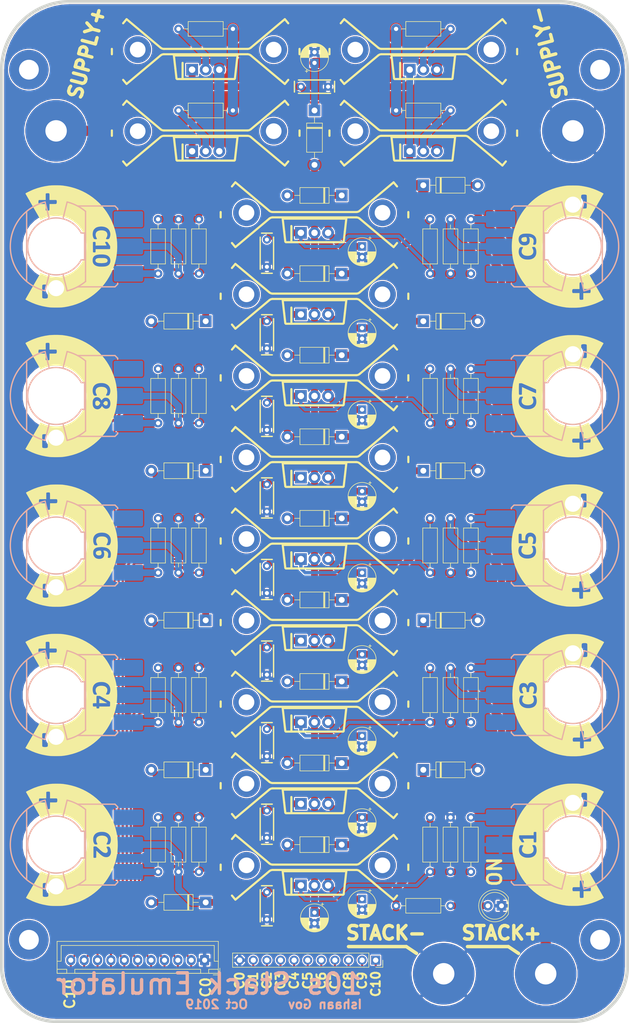
<source format=kicad_pcb>
(kicad_pcb (version 20171130) (host pcbnew "(5.1.4)-1")
  (layers (0 F.Cu signal) (31 B.Cu signal) (34 B.Paste user) (35 F.Paste user) (36 B.SilkS user) (37 F.SilkS user) (38 B.Mask user) (39 F.Mask user) (44 Edge.Cuts user))
  (net 0 "")
  (net 1 GND)
  (net 2 VBUS)
  (net 3 /C10)
  (net 4 /C9)
  (net 5 /C8)
  (net 6 /C7)
  (net 7 /C6)
  (net 8 "Net-(C7-Pad2)")
  (net 9 "Net-(C8-Pad2)")
  (net 10 "Net-(C9-Pad2)")
  (net 11 "Net-(C10-Pad2)")
  (net 12 "Net-(C11-Pad2)")
  (net 13 "Net-(C12-Pad2)")
  (net 14 "Net-(C13-Pad2)")
  (net 15 "Net-(C14-Pad2)")
  (net 16 "Net-(C15-Pad2)")
  (net 17 "Net-(C16-Pad2)")
  (net 18 /C5)
  (net 19 /C4)
  (net 20 /C3)
  (net 21 /C2)
  (net 22 /C1)
  (net 23 "Net-(D11-Pad2)")
  (net 24 "Net-(R1-Pad1)")
  (net 25 "Net-(R2-Pad2)")
  (net 26 "Net-(R3-Pad1)")
  (net 27 "Net-(R4-Pad1)")
  (net 28 "Net-(R10-Pad1)")
  (net 29 "Net-(R11-Pad1)")
  (net 30 "Net-(R12-Pad1)")
  (net 31 "Net-(R13-Pad1)")
  (net 32 "Net-(R14-Pad1)")
  (net 33 "Net-(R26-Pad1)")
  (net 34 "Net-(R27-Pad1)")
  (net 35 "Net-(R28-Pad1)")
  (net 36 "Net-(R29-Pad1)")
  (net 37 "Net-(R30-Pad1)")
  (module MountingHole:MountingHole_3.7mm_Pad (layer F.Cu) (at 99.06 121.92)
    (fp_text reference REF** hide)
    (fp_text value MountingHole_3.7mm_Pad hide)
    (pad 1 thru_hole circle (at 0 0) (size 7.4 7.4) (drill 3.7) (layers *.Cu *.Mask))
  )
  (module MountingHole:MountingHole_3.7mm_Pad (layer F.Cu) (at 205.74 121.92)
    (fp_text reference REF** hide)
    (fp_text value MountingHole_3.7mm_Pad hide)
    (pad 1 thru_hole circle (at 0 0) (size 7.4 7.4) (drill 3.7) (layers *.Cu *.Mask))
  )
  (module MountingHole:MountingHole_3.7mm_Pad (layer F.Cu) (at 99.06 -40.64)
    (fp_text reference REF** hide)
    (fp_text value MountingHole_3.7mm_Pad hide)
    (pad 1 thru_hole circle (at 0 0) (size 7.4 7.4) (drill 3.7) (layers *.Cu *.Mask))
  )
  (module MountingHole:MountingHole_3.7mm_Pad (layer F.Cu) (at 205.74 -40.64)
    (fp_text reference REF** hide)
    (fp_text value MountingHole_3.7mm_Pad hide)
    (pad 1 thru_hole circle (at 0 0) (size 7.4 7.4) (drill 3.7) (layers *.Cu *.Mask))
  )
  (module Custom-Graphics:Cell_Graphic_C1 (layer F.Cu) (at 201 103.25 90)
    (fp_text reference G*** hide)
    (fp_text value LOGO hide)
  )
  (module Custom-Graphics:Cell_Graphic_C3 (layer F.Cu) (at 201.05 75.3 90)
    (fp_text reference G*** hide)
    (fp_text value LOGO hide)
  )
  (module Custom-Graphics:Cell_Graphic_C5 (layer F.Cu) (at 200.9 47.35 90)
    (fp_text reference G*** hide)
    (fp_text value LOGO hide)
  )
  (module Custom-Graphics:Cell_Graphic_C7 (layer F.Cu) (at 200.95 19.45 90)
    (fp_text reference G*** hide)
    (fp_text value LOGO hide)
  )
  (module Custom-Graphics:Cell_Graphics_C9 (layer F.Cu) (at 200.95 -8.5 90)
    (fp_text reference G*** hide)
    (fp_text value LOGO hide)
  )
  (module Custom-Graphics:Cell_Graphic_C2 (layer F.Cu) (at 103.95 105.1 270)
    (fp_text reference G*** hide)
    (fp_text value LOGO hide)
  )
  (module Custom-Graphics:Cell_Graphic_C4 (layer F.Cu) (at 103.85 77.1 270)
    (fp_text reference G*** hide)
    (fp_text value LOGO hide)
  )
  (module Custom-Graphics:Cell_Graphic_C6 (layer F.Cu) (at 103.95 49.2 270)
    (fp_text reference G*** hide)
    (fp_text value LOGO hide)
  )
  (module Custom-Graphics:Cell_Graphic_C8 (layer F.Cu) (at 103.85 21.25 270)
    (fp_text reference G*** hide)
    (fp_text value LOGO hide)
  )
  (module Custom-Graphics:Cell_Graphic_C10 (layer F.Cu) (at 103.85 -6.7 270)
    (fp_text reference G*** hide)
    (fp_text value LOGO hide)
  )
  (module Custom-Electromechanical:Conn_BindingPost_Black (layer F.Cu) (at 176.53 128.27)
    (fp_text reference J7 hide)
    (fp_text value BINDING_POST_BLACK hide)
    (pad 1 thru_hole circle (at 0 0) (size 11.5 11.5) (drill 4) (layers *.Cu *.Mask) (net 1 GND))
  )
  (module Custom-Electromechanical:Conn_BindingPost_Red (layer F.Cu) (at 195.58 128.27)
    (fp_text reference J6 hide)
    (fp_text value BINDING_POST_RED hide)
    (pad 1 thru_hole circle (at 0 0) (size 11.5 11.5) (drill 4) (layers *.Cu *.Mask) (net 3 /C10))
  )
  (module Custom-Electromechanical:Conn_BindingPost_Black (layer F.Cu) (at 200.66 -29.21)
    (fp_text reference J2 hide)
    (fp_text value BINDING_POST_BLACK hide)
    (pad 1 thru_hole circle (at 0 0) (size 11.5 11.5) (drill 4) (layers *.Cu *.Mask) (net 1 GND))
  )
  (module Custom-Electromechanical:Conn_BindingPost_Red (layer F.Cu) (at 104.14 -29.21)
    (fp_text reference J1 hide)
    (fp_text value BINDING_POST_RED hide)
    (pad 1 thru_hole circle (at 0 0) (size 11.5 11.5) (drill 4) (layers *.Cu *.Mask) (net 2 VBUS))
  )
  (module Custom-DiscreteSemi:TO-220-3-AAVID-5932 (layer F.Cu) (at 152.4 111.76)
    (fp_text reference U13 hide)
    (fp_text value LM317 hide)
    (pad HS thru_hole circle (at 12.7 -3.75) (size 5 5) (drill 2.92) (layers *.Cu *.Mask))
    (pad HS thru_hole circle (at -12.7 -3.75) (size 5 5) (drill 2.92) (layers *.Cu *.Mask))
    (pad 3 thru_hole circle (at 2.54 0) (size 2.2 2.2) (drill 1.2) (layers *.Cu *.Mask) (net 21 /C2))
    (pad 2 thru_hole circle (at 0 0) (size 2.2 2.2) (drill 1.2) (layers *.Cu *.Mask) (net 22 /C1))
    (pad 1 thru_hole rect (at -2.54 0) (size 2.2 2.2) (drill 1.2) (layers *.Cu *.Mask) (net 17 "Net-(C16-Pad2)"))
  )
  (module Custom-DiscreteSemi:TO-220-3-AAVID-5932 (layer F.Cu) (at 152.4 96.52)
    (fp_text reference U12 hide)
    (fp_text value LM317 hide)
    (pad HS thru_hole circle (at 12.7 -3.75) (size 5 5) (drill 2.92) (layers *.Cu *.Mask))
    (pad HS thru_hole circle (at -12.7 -3.75) (size 5 5) (drill 2.92) (layers *.Cu *.Mask))
    (pad 3 thru_hole circle (at 2.54 0) (size 2.2 2.2) (drill 1.2) (layers *.Cu *.Mask) (net 20 /C3))
    (pad 2 thru_hole circle (at 0 0) (size 2.2 2.2) (drill 1.2) (layers *.Cu *.Mask) (net 21 /C2))
    (pad 1 thru_hole rect (at -2.54 0) (size 2.2 2.2) (drill 1.2) (layers *.Cu *.Mask) (net 16 "Net-(C15-Pad2)"))
  )
  (module Custom-DiscreteSemi:TO-220-3-AAVID-5932 (layer F.Cu) (at 152.4 81.28)
    (fp_text reference U11 hide)
    (fp_text value LM317 hide)
    (pad HS thru_hole circle (at 12.7 -3.75) (size 5 5) (drill 2.92) (layers *.Cu *.Mask))
    (pad HS thru_hole circle (at -12.7 -3.75) (size 5 5) (drill 2.92) (layers *.Cu *.Mask))
    (pad 3 thru_hole circle (at 2.54 0) (size 2.2 2.2) (drill 1.2) (layers *.Cu *.Mask) (net 19 /C4))
    (pad 2 thru_hole circle (at 0 0) (size 2.2 2.2) (drill 1.2) (layers *.Cu *.Mask) (net 20 /C3))
    (pad 1 thru_hole rect (at -2.54 0) (size 2.2 2.2) (drill 1.2) (layers *.Cu *.Mask) (net 15 "Net-(C14-Pad2)"))
  )
  (module Custom-DiscreteSemi:TO-220-3-AAVID-5932 (layer F.Cu) (at 152.4 66.04)
    (fp_text reference U10 hide)
    (fp_text value LM317 hide)
    (pad HS thru_hole circle (at 12.7 -3.75) (size 5 5) (drill 2.92) (layers *.Cu *.Mask))
    (pad HS thru_hole circle (at -12.7 -3.75) (size 5 5) (drill 2.92) (layers *.Cu *.Mask))
    (pad 3 thru_hole circle (at 2.54 0) (size 2.2 2.2) (drill 1.2) (layers *.Cu *.Mask) (net 18 /C5))
    (pad 2 thru_hole circle (at 0 0) (size 2.2 2.2) (drill 1.2) (layers *.Cu *.Mask) (net 19 /C4))
    (pad 1 thru_hole rect (at -2.54 0) (size 2.2 2.2) (drill 1.2) (layers *.Cu *.Mask) (net 14 "Net-(C13-Pad2)"))
  )
  (module Custom-DiscreteSemi:TO-220-3-AAVID-5932 (layer F.Cu) (at 152.4 50.8)
    (fp_text reference U9 hide)
    (fp_text value LM317 hide)
    (pad HS thru_hole circle (at 12.7 -3.75) (size 5 5) (drill 2.92) (layers *.Cu *.Mask))
    (pad HS thru_hole circle (at -12.7 -3.75) (size 5 5) (drill 2.92) (layers *.Cu *.Mask))
    (pad 3 thru_hole circle (at 2.54 0) (size 2.2 2.2) (drill 1.2) (layers *.Cu *.Mask) (net 7 /C6))
    (pad 2 thru_hole circle (at 0 0) (size 2.2 2.2) (drill 1.2) (layers *.Cu *.Mask) (net 18 /C5))
    (pad 1 thru_hole rect (at -2.54 0) (size 2.2 2.2) (drill 1.2) (layers *.Cu *.Mask) (net 13 "Net-(C12-Pad2)"))
  )
  (module Custom-DiscreteSemi:TO-220-3-AAVID-5932 (layer F.Cu) (at 152.4 35.56)
    (fp_text reference U8 hide)
    (fp_text value LM317 hide)
    (pad HS thru_hole circle (at 12.7 -3.75) (size 5 5) (drill 2.92) (layers *.Cu *.Mask))
    (pad HS thru_hole circle (at -12.7 -3.75) (size 5 5) (drill 2.92) (layers *.Cu *.Mask))
    (pad 3 thru_hole circle (at 2.54 0) (size 2.2 2.2) (drill 1.2) (layers *.Cu *.Mask) (net 6 /C7))
    (pad 2 thru_hole circle (at 0 0) (size 2.2 2.2) (drill 1.2) (layers *.Cu *.Mask) (net 7 /C6))
    (pad 1 thru_hole rect (at -2.54 0) (size 2.2 2.2) (drill 1.2) (layers *.Cu *.Mask) (net 12 "Net-(C11-Pad2)"))
  )
  (module Custom-DiscreteSemi:TO-220-3-AAVID-5932 (layer F.Cu) (at 152.4 20.32)
    (fp_text reference U7 hide)
    (fp_text value LM317 hide)
    (pad HS thru_hole circle (at 12.7 -3.75) (size 5 5) (drill 2.92) (layers *.Cu *.Mask))
    (pad HS thru_hole circle (at -12.7 -3.75) (size 5 5) (drill 2.92) (layers *.Cu *.Mask))
    (pad 3 thru_hole circle (at 2.54 0) (size 2.2 2.2) (drill 1.2) (layers *.Cu *.Mask) (net 5 /C8))
    (pad 2 thru_hole circle (at 0 0) (size 2.2 2.2) (drill 1.2) (layers *.Cu *.Mask) (net 6 /C7))
    (pad 1 thru_hole rect (at -2.54 0) (size 2.2 2.2) (drill 1.2) (layers *.Cu *.Mask) (net 11 "Net-(C10-Pad2)"))
  )
  (module Custom-DiscreteSemi:TO-220-3-AAVID-5932 (layer F.Cu) (at 152.4 5.08)
    (fp_text reference U6 hide)
    (fp_text value LM317 hide)
    (pad HS thru_hole circle (at 12.7 -3.75) (size 5 5) (drill 2.92) (layers *.Cu *.Mask))
    (pad HS thru_hole circle (at -12.7 -3.75) (size 5 5) (drill 2.92) (layers *.Cu *.Mask))
    (pad 3 thru_hole circle (at 2.54 0) (size 2.2 2.2) (drill 1.2) (layers *.Cu *.Mask) (net 4 /C9))
    (pad 2 thru_hole circle (at 0 0) (size 2.2 2.2) (drill 1.2) (layers *.Cu *.Mask) (net 5 /C8))
    (pad 1 thru_hole rect (at -2.54 0) (size 2.2 2.2) (drill 1.2) (layers *.Cu *.Mask) (net 10 "Net-(C9-Pad2)"))
  )
  (module Custom-DiscreteSemi:TO-220-3-AAVID-5932 (layer F.Cu) (at 152.4 -10.16)
    (fp_text reference U5 hide)
    (fp_text value LM317 hide)
    (pad HS thru_hole circle (at 12.7 -3.75) (size 5 5) (drill 2.92) (layers *.Cu *.Mask))
    (pad HS thru_hole circle (at -12.7 -3.75) (size 5 5) (drill 2.92) (layers *.Cu *.Mask))
    (pad 3 thru_hole circle (at 2.54 0) (size 2.2 2.2) (drill 1.2) (layers *.Cu *.Mask) (net 3 /C10))
    (pad 2 thru_hole circle (at 0 0) (size 2.2 2.2) (drill 1.2) (layers *.Cu *.Mask) (net 4 /C9))
    (pad 1 thru_hole rect (at -2.54 0) (size 2.2 2.2) (drill 1.2) (layers *.Cu *.Mask) (net 9 "Net-(C8-Pad2)"))
  )
  (module Custom-DiscreteSemi:TO-220-3-AAVID-5932 (layer F.Cu) (at 132.08 -40.64)
    (fp_text reference U4 hide)
    (fp_text value LM317 hide)
    (pad HS thru_hole circle (at 12.7 -3.75) (size 5 5) (drill 2.92) (layers *.Cu *.Mask))
    (pad HS thru_hole circle (at -12.7 -3.75) (size 5 5) (drill 2.92) (layers *.Cu *.Mask))
    (pad 3 thru_hole circle (at 2.54 0) (size 2.2 2.2) (drill 1.2) (layers *.Cu *.Mask) (net 2 VBUS))
    (pad 2 thru_hole circle (at 0 0) (size 2.2 2.2) (drill 1.2) (layers *.Cu *.Mask) (net 27 "Net-(R4-Pad1)"))
    (pad 1 thru_hole rect (at -2.54 0) (size 2.2 2.2) (drill 1.2) (layers *.Cu *.Mask) (net 8 "Net-(C7-Pad2)"))
  )
  (module Custom-DiscreteSemi:TO-220-3-AAVID-5932 (layer F.Cu) (at 132.08 -25.4)
    (fp_text reference U3 hide)
    (fp_text value LM317 hide)
    (pad HS thru_hole circle (at 12.7 -3.75) (size 5 5) (drill 2.92) (layers *.Cu *.Mask))
    (pad HS thru_hole circle (at -12.7 -3.75) (size 5 5) (drill 2.92) (layers *.Cu *.Mask))
    (pad 3 thru_hole circle (at 2.54 0) (size 2.2 2.2) (drill 1.2) (layers *.Cu *.Mask) (net 2 VBUS))
    (pad 2 thru_hole circle (at 0 0) (size 2.2 2.2) (drill 1.2) (layers *.Cu *.Mask) (net 26 "Net-(R3-Pad1)"))
    (pad 1 thru_hole rect (at -2.54 0) (size 2.2 2.2) (drill 1.2) (layers *.Cu *.Mask) (net 8 "Net-(C7-Pad2)"))
  )
  (module Custom-DiscreteSemi:TO-220-3-AAVID-5932 (layer F.Cu) (at 172.72 -40.64)
    (fp_text reference U2 hide)
    (fp_text value LM317 hide)
    (pad HS thru_hole circle (at 12.7 -3.75) (size 5 5) (drill 2.92) (layers *.Cu *.Mask))
    (pad HS thru_hole circle (at -12.7 -3.75) (size 5 5) (drill 2.92) (layers *.Cu *.Mask))
    (pad 3 thru_hole circle (at 2.54 0) (size 2.2 2.2) (drill 1.2) (layers *.Cu *.Mask) (net 2 VBUS))
    (pad 2 thru_hole circle (at 0 0) (size 2.2 2.2) (drill 1.2) (layers *.Cu *.Mask) (net 25 "Net-(R2-Pad2)"))
    (pad 1 thru_hole rect (at -2.54 0) (size 2.2 2.2) (drill 1.2) (layers *.Cu *.Mask) (net 8 "Net-(C7-Pad2)"))
  )
  (module Custom-DiscreteSemi:TO-220-3-AAVID-5932 (layer F.Cu) (at 172.72 -25.4)
    (fp_text reference U1 hide)
    (fp_text value LM317 hide)
    (pad HS thru_hole circle (at 12.7 -3.75) (size 5 5) (drill 2.92) (layers *.Cu *.Mask))
    (pad HS thru_hole circle (at -12.7 -3.75) (size 5 5) (drill 2.92) (layers *.Cu *.Mask))
    (pad 3 thru_hole circle (at 2.54 0) (size 2.2 2.2) (drill 1.2) (layers *.Cu *.Mask) (net 2 VBUS))
    (pad 2 thru_hole circle (at 0 0) (size 2.2 2.2) (drill 1.2) (layers *.Cu *.Mask) (net 24 "Net-(R1-Pad1)"))
    (pad 1 thru_hole rect (at -2.54 0) (size 2.2 2.2) (drill 1.2) (layers *.Cu *.Mask) (net 8 "Net-(C7-Pad2)"))
  )
  (module Custom-Electromechanical:Potentiometer-reverse-mount-160 (layer F.Cu) (at 200.66 104.14 270)
    (fp_text reference RV10 hide)
    (fp_text value 1K hide)
    (pad "" np_thru_hole circle (at 0 0 270) (size 7.5 7.5) (drill 7.5) (layers *.Cu *.Mask) (clearance 2.5))
    (pad "" np_thru_hole circle (at -7.8 0 270) (size 3 3) (drill 3) (layers *.Cu *.Mask) (clearance 0.5))
    (pad 1 smd roundrect (at -5.08 13.5 270) (size 3 5.5) (layers B.Cu B.Mask) (roundrect_rratio 0.1) (net 37 "Net-(R30-Pad1)"))
    (pad 2 smd roundrect (at 0 13.5 270) (size 3 5.5) (layers B.Cu B.Mask) (roundrect_rratio 0.1) (net 1 GND))
    (pad 3 smd roundrect (at 5.08 13.5 270) (size 3 5.5) (layers B.Cu B.Mask) (roundrect_rratio 0.1))
  )
  (module Custom-Electromechanical:Potentiometer-reverse-mount-160 (layer F.Cu) (at 104.14 104.14 90)
    (fp_text reference RV9 hide)
    (fp_text value 1K hide)
    (pad "" np_thru_hole circle (at 0 0 90) (size 7.5 7.5) (drill 7.5) (layers *.Cu *.Mask) (clearance 2.5))
    (pad "" np_thru_hole circle (at -7.8 0 90) (size 3 3) (drill 3) (layers *.Cu *.Mask) (clearance 0.5))
    (pad 1 smd roundrect (at -5.08 13.5 90) (size 3 5.5) (layers B.Cu B.Mask) (roundrect_rratio 0.1) (net 36 "Net-(R29-Pad1)"))
    (pad 2 smd roundrect (at 0 13.5 90) (size 3 5.5) (layers B.Cu B.Mask) (roundrect_rratio 0.1) (net 22 /C1))
    (pad 3 smd roundrect (at 5.08 13.5 90) (size 3 5.5) (layers B.Cu B.Mask) (roundrect_rratio 0.1))
  )
  (module Custom-Electromechanical:Potentiometer-reverse-mount-160 (layer F.Cu) (at 200.66 76.2 270)
    (fp_text reference RV8 hide)
    (fp_text value 1K hide)
    (pad "" np_thru_hole circle (at 0 0 270) (size 7.5 7.5) (drill 7.5) (layers *.Cu *.Mask) (clearance 2.5))
    (pad "" np_thru_hole circle (at -7.8 0 270) (size 3 3) (drill 3) (layers *.Cu *.Mask) (clearance 0.5))
    (pad 1 smd roundrect (at -5.08 13.5 270) (size 3 5.5) (layers B.Cu B.Mask) (roundrect_rratio 0.1) (net 35 "Net-(R28-Pad1)"))
    (pad 2 smd roundrect (at 0 13.5 270) (size 3 5.5) (layers B.Cu B.Mask) (roundrect_rratio 0.1) (net 21 /C2))
    (pad 3 smd roundrect (at 5.08 13.5 270) (size 3 5.5) (layers B.Cu B.Mask) (roundrect_rratio 0.1))
  )
  (module Custom-Electromechanical:Potentiometer-reverse-mount-160 (layer F.Cu) (at 104.14 76.2 90)
    (fp_text reference RV7 hide)
    (fp_text value 1K hide)
    (pad "" np_thru_hole circle (at 0 0 90) (size 7.5 7.5) (drill 7.5) (layers *.Cu *.Mask) (clearance 2.5))
    (pad "" np_thru_hole circle (at -7.8 0 90) (size 3 3) (drill 3) (layers *.Cu *.Mask) (clearance 0.5))
    (pad 1 smd roundrect (at -5.08 13.5 90) (size 3 5.5) (layers B.Cu B.Mask) (roundrect_rratio 0.1) (net 34 "Net-(R27-Pad1)"))
    (pad 2 smd roundrect (at 0 13.5 90) (size 3 5.5) (layers B.Cu B.Mask) (roundrect_rratio 0.1) (net 20 /C3))
    (pad 3 smd roundrect (at 5.08 13.5 90) (size 3 5.5) (layers B.Cu B.Mask) (roundrect_rratio 0.1))
  )
  (module Custom-Electromechanical:Potentiometer-reverse-mount-160 (layer F.Cu) (at 200.66 48.26 270)
    (fp_text reference RV6 hide)
    (fp_text value 1K hide)
    (pad "" np_thru_hole circle (at 0 0 270) (size 7.5 7.5) (drill 7.5) (layers *.Cu *.Mask) (clearance 2.5))
    (pad "" np_thru_hole circle (at -7.8 0 270) (size 3 3) (drill 3) (layers *.Cu *.Mask) (clearance 0.5))
    (pad 1 smd roundrect (at -5.08 13.5 270) (size 3 5.5) (layers B.Cu B.Mask) (roundrect_rratio 0.1) (net 33 "Net-(R26-Pad1)"))
    (pad 2 smd roundrect (at 0 13.5 270) (size 3 5.5) (layers B.Cu B.Mask) (roundrect_rratio 0.1) (net 19 /C4))
    (pad 3 smd roundrect (at 5.08 13.5 270) (size 3 5.5) (layers B.Cu B.Mask) (roundrect_rratio 0.1))
  )
  (module Custom-Electromechanical:Potentiometer-reverse-mount-160 (layer F.Cu) (at 104.14 48.26 90)
    (fp_text reference RV5 hide)
    (fp_text value 1K hide)
    (pad "" np_thru_hole circle (at 0 0 90) (size 7.5 7.5) (drill 7.5) (layers *.Cu *.Mask) (clearance 2.5))
    (pad "" np_thru_hole circle (at -7.8 0 90) (size 3 3) (drill 3) (layers *.Cu *.Mask) (clearance 0.5))
    (pad 1 smd roundrect (at -5.08 13.5 90) (size 3 5.5) (layers B.Cu B.Mask) (roundrect_rratio 0.1) (net 32 "Net-(R14-Pad1)"))
    (pad 2 smd roundrect (at 0 13.5 90) (size 3 5.5) (layers B.Cu B.Mask) (roundrect_rratio 0.1) (net 18 /C5))
    (pad 3 smd roundrect (at 5.08 13.5 90) (size 3 5.5) (layers B.Cu B.Mask) (roundrect_rratio 0.1))
  )
  (module Custom-Electromechanical:Potentiometer-reverse-mount-160 (layer F.Cu) (at 200.66 20.32 270)
    (fp_text reference RV4 hide)
    (fp_text value 1K hide)
    (pad "" np_thru_hole circle (at 0 0 270) (size 7.5 7.5) (drill 7.5) (layers *.Cu *.Mask) (clearance 2.5))
    (pad "" np_thru_hole circle (at -7.8 0 270) (size 3 3) (drill 3) (layers *.Cu *.Mask) (clearance 0.5))
    (pad 1 smd roundrect (at -5.08 13.5 270) (size 3 5.5) (layers B.Cu B.Mask) (roundrect_rratio 0.1) (net 31 "Net-(R13-Pad1)"))
    (pad 2 smd roundrect (at 0 13.5 270) (size 3 5.5) (layers B.Cu B.Mask) (roundrect_rratio 0.1) (net 7 /C6))
    (pad 3 smd roundrect (at 5.08 13.5 270) (size 3 5.5) (layers B.Cu B.Mask) (roundrect_rratio 0.1))
  )
  (module Custom-Electromechanical:Potentiometer-reverse-mount-160 (layer F.Cu) (at 104.14 20.32 90)
    (fp_text reference RV3 hide)
    (fp_text value 1K hide)
    (pad "" np_thru_hole circle (at 0 0 90) (size 7.5 7.5) (drill 7.5) (layers *.Cu *.Mask) (clearance 2.5))
    (pad "" np_thru_hole circle (at -7.8 0 90) (size 3 3) (drill 3) (layers *.Cu *.Mask) (clearance 0.5))
    (pad 1 smd roundrect (at -5.08 13.5 90) (size 3 5.5) (layers B.Cu B.Mask) (roundrect_rratio 0.1) (net 30 "Net-(R12-Pad1)"))
    (pad 2 smd roundrect (at 0 13.5 90) (size 3 5.5) (layers B.Cu B.Mask) (roundrect_rratio 0.1) (net 6 /C7))
    (pad 3 smd roundrect (at 5.08 13.5 90) (size 3 5.5) (layers B.Cu B.Mask) (roundrect_rratio 0.1))
  )
  (module Custom-Electromechanical:Potentiometer-reverse-mount-160 (layer F.Cu) (at 200.66 -7.62 270)
    (fp_text reference RV2 hide)
    (fp_text value 1K hide)
    (pad "" np_thru_hole circle (at 0 0 270) (size 7.5 7.5) (drill 7.5) (layers *.Cu *.Mask) (clearance 2.5))
    (pad "" np_thru_hole circle (at -7.8 0 270) (size 3 3) (drill 3) (layers *.Cu *.Mask) (clearance 0.5))
    (pad 1 smd roundrect (at -5.08 13.5 270) (size 3 5.5) (layers B.Cu B.Mask) (roundrect_rratio 0.1) (net 29 "Net-(R11-Pad1)"))
    (pad 2 smd roundrect (at 0 13.5 270) (size 3 5.5) (layers B.Cu B.Mask) (roundrect_rratio 0.1) (net 5 /C8))
    (pad 3 smd roundrect (at 5.08 13.5 270) (size 3 5.5) (layers B.Cu B.Mask) (roundrect_rratio 0.1))
  )
  (module Custom-Electromechanical:Potentiometer-reverse-mount-160 (layer F.Cu) (at 104.14 -7.62 90)
    (fp_text reference RV1 hide)
    (fp_text value 1K hide)
    (pad "" np_thru_hole circle (at 0 0 90) (size 7.5 7.5) (drill 7.5) (layers *.Cu *.Mask) (clearance 2.5))
    (pad "" np_thru_hole circle (at -7.8 0 90) (size 3 3) (drill 3) (layers *.Cu *.Mask) (clearance 0.5))
    (pad 1 smd roundrect (at -5.08 13.5 90) (size 3 5.5) (layers B.Cu B.Mask) (roundrect_rratio 0.1) (net 28 "Net-(R10-Pad1)"))
    (pad 2 smd roundrect (at 0 13.5 90) (size 3 5.5) (layers B.Cu B.Mask) (roundrect_rratio 0.1) (net 4 /C9))
    (pad 3 smd roundrect (at 5.08 13.5 90) (size 3 5.5) (layers B.Cu B.Mask) (roundrect_rratio 0.1))
  )
  (module Resistor_THT:R_Axial_DIN0207_L6.3mm_D2.5mm_P10.16mm_Horizontal (layer F.Cu) (at 173.99 109.22 90)
    (fp_text reference R35 hide)
    (fp_text value 100R hide)
    (pad 2 thru_hole oval (at 10.16 0 90) (size 1.6 1.6) (drill 0.8) (layers *.Cu *.Mask) (net 22 /C1))
    (pad 1 thru_hole circle (at 0 0 90) (size 1.6 1.6) (drill 0.8) (layers *.Cu *.Mask) (net 17 "Net-(C16-Pad2)"))
  )
  (module Resistor_THT:R_Axial_DIN0207_L6.3mm_D2.5mm_P10.16mm_Horizontal (layer F.Cu) (at 130.81 99.06 270)
    (fp_text reference R34 hide)
    (fp_text value 100R hide)
    (pad 2 thru_hole oval (at 10.16 0 270) (size 1.6 1.6) (drill 0.8) (layers *.Cu *.Mask) (net 21 /C2))
    (pad 1 thru_hole circle (at 0 0 270) (size 1.6 1.6) (drill 0.8) (layers *.Cu *.Mask) (net 16 "Net-(C15-Pad2)"))
  )
  (module Resistor_THT:R_Axial_DIN0207_L6.3mm_D2.5mm_P10.16mm_Horizontal (layer F.Cu) (at 173.99 81.28 90)
    (fp_text reference R33 hide)
    (fp_text value 100R hide)
    (pad 2 thru_hole oval (at 10.16 0 90) (size 1.6 1.6) (drill 0.8) (layers *.Cu *.Mask) (net 20 /C3))
    (pad 1 thru_hole circle (at 0 0 90) (size 1.6 1.6) (drill 0.8) (layers *.Cu *.Mask) (net 15 "Net-(C14-Pad2)"))
  )
  (module Resistor_THT:R_Axial_DIN0207_L6.3mm_D2.5mm_P10.16mm_Horizontal (layer F.Cu) (at 130.81 71.12 270)
    (fp_text reference R32 hide)
    (fp_text value 100R hide)
    (pad 2 thru_hole oval (at 10.16 0 270) (size 1.6 1.6) (drill 0.8) (layers *.Cu *.Mask) (net 19 /C4))
    (pad 1 thru_hole circle (at 0 0 270) (size 1.6 1.6) (drill 0.8) (layers *.Cu *.Mask) (net 14 "Net-(C13-Pad2)"))
  )
  (module Resistor_THT:R_Axial_DIN0207_L6.3mm_D2.5mm_P10.16mm_Horizontal (layer F.Cu) (at 173.99 53.34 90)
    (fp_text reference R31 hide)
    (fp_text value 100R hide)
    (pad 2 thru_hole oval (at 10.16 0 90) (size 1.6 1.6) (drill 0.8) (layers *.Cu *.Mask) (net 18 /C5))
    (pad 1 thru_hole circle (at 0 0 90) (size 1.6 1.6) (drill 0.8) (layers *.Cu *.Mask) (net 13 "Net-(C12-Pad2)"))
  )
  (module Resistor_THT:R_Axial_DIN0207_L6.3mm_D2.5mm_P10.16mm_Horizontal (layer F.Cu) (at 181.61 99.06 270)
    (fp_text reference R30 hide)
    (fp_text value 150R hide)
    (pad 2 thru_hole oval (at 10.16 0 270) (size 1.6 1.6) (drill 0.8) (layers *.Cu *.Mask) (net 17 "Net-(C16-Pad2)"))
    (pad 1 thru_hole circle (at 0 0 270) (size 1.6 1.6) (drill 0.8) (layers *.Cu *.Mask) (net 37 "Net-(R30-Pad1)"))
  )
  (module Resistor_THT:R_Axial_DIN0207_L6.3mm_D2.5mm_P10.16mm_Horizontal (layer F.Cu) (at 123.19 109.22 90)
    (fp_text reference R29 hide)
    (fp_text value 150R hide)
    (pad 2 thru_hole oval (at 10.16 0 90) (size 1.6 1.6) (drill 0.8) (layers *.Cu *.Mask) (net 16 "Net-(C15-Pad2)"))
    (pad 1 thru_hole circle (at 0 0 90) (size 1.6 1.6) (drill 0.8) (layers *.Cu *.Mask) (net 36 "Net-(R29-Pad1)"))
  )
  (module Resistor_THT:R_Axial_DIN0207_L6.3mm_D2.5mm_P10.16mm_Horizontal (layer F.Cu) (at 181.61 71.12 270)
    (fp_text reference R28 hide)
    (fp_text value 150R hide)
    (pad 2 thru_hole oval (at 10.16 0 270) (size 1.6 1.6) (drill 0.8) (layers *.Cu *.Mask) (net 15 "Net-(C14-Pad2)"))
    (pad 1 thru_hole circle (at 0 0 270) (size 1.6 1.6) (drill 0.8) (layers *.Cu *.Mask) (net 35 "Net-(R28-Pad1)"))
  )
  (module Resistor_THT:R_Axial_DIN0207_L6.3mm_D2.5mm_P10.16mm_Horizontal (layer F.Cu) (at 123.19 81.28 90)
    (fp_text reference R27 hide)
    (fp_text value 150R hide)
    (pad 2 thru_hole oval (at 10.16 0 90) (size 1.6 1.6) (drill 0.8) (layers *.Cu *.Mask) (net 14 "Net-(C13-Pad2)"))
    (pad 1 thru_hole circle (at 0 0 90) (size 1.6 1.6) (drill 0.8) (layers *.Cu *.Mask) (net 34 "Net-(R27-Pad1)"))
  )
  (module Resistor_THT:R_Axial_DIN0207_L6.3mm_D2.5mm_P10.16mm_Horizontal (layer F.Cu) (at 181.61 43.18 270)
    (fp_text reference R26 hide)
    (fp_text value 150R hide)
    (pad 2 thru_hole oval (at 10.16 0 270) (size 1.6 1.6) (drill 0.8) (layers *.Cu *.Mask) (net 13 "Net-(C12-Pad2)"))
    (pad 1 thru_hole circle (at 0 0 270) (size 1.6 1.6) (drill 0.8) (layers *.Cu *.Mask) (net 33 "Net-(R26-Pad1)"))
  )
  (module Resistor_THT:R_Axial_DIN0207_L6.3mm_D2.5mm_P10.16mm_Horizontal (layer F.Cu) (at 177.8 99.06 270)
    (fp_text reference R25 hide)
    (fp_text value 330R hide)
    (pad 2 thru_hole oval (at 10.16 0 270) (size 1.6 1.6) (drill 0.8) (layers *.Cu *.Mask) (net 17 "Net-(C16-Pad2)"))
    (pad 1 thru_hole circle (at 0 0 270) (size 1.6 1.6) (drill 0.8) (layers *.Cu *.Mask) (net 1 GND))
  )
  (module Resistor_THT:R_Axial_DIN0207_L6.3mm_D2.5mm_P10.16mm_Horizontal (layer F.Cu) (at 127 109.22 90)
    (fp_text reference R24 hide)
    (fp_text value 330R hide)
    (pad 2 thru_hole oval (at 10.16 0 90) (size 1.6 1.6) (drill 0.8) (layers *.Cu *.Mask) (net 16 "Net-(C15-Pad2)"))
    (pad 1 thru_hole circle (at 0 0 90) (size 1.6 1.6) (drill 0.8) (layers *.Cu *.Mask) (net 22 /C1))
  )
  (module Resistor_THT:R_Axial_DIN0207_L6.3mm_D2.5mm_P10.16mm_Horizontal (layer F.Cu) (at 177.8 71.12 270)
    (fp_text reference R23 hide)
    (fp_text value 330R hide)
    (pad 2 thru_hole oval (at 10.16 0 270) (size 1.6 1.6) (drill 0.8) (layers *.Cu *.Mask) (net 15 "Net-(C14-Pad2)"))
    (pad 1 thru_hole circle (at 0 0 270) (size 1.6 1.6) (drill 0.8) (layers *.Cu *.Mask) (net 21 /C2))
  )
  (module Resistor_THT:R_Axial_DIN0207_L6.3mm_D2.5mm_P10.16mm_Horizontal (layer F.Cu) (at 127 81.28 90)
    (fp_text reference R22 hide)
    (fp_text value 330R hide)
    (pad 2 thru_hole oval (at 10.16 0 90) (size 1.6 1.6) (drill 0.8) (layers *.Cu *.Mask) (net 14 "Net-(C13-Pad2)"))
    (pad 1 thru_hole circle (at 0 0 90) (size 1.6 1.6) (drill 0.8) (layers *.Cu *.Mask) (net 20 /C3))
  )
  (module Resistor_THT:R_Axial_DIN0207_L6.3mm_D2.5mm_P10.16mm_Horizontal (layer F.Cu) (at 177.8 43.18 270)
    (fp_text reference R21 hide)
    (fp_text value 330R hide)
    (pad 2 thru_hole oval (at 10.16 0 270) (size 1.6 1.6) (drill 0.8) (layers *.Cu *.Mask) (net 13 "Net-(C12-Pad2)"))
    (pad 1 thru_hole circle (at 0 0 270) (size 1.6 1.6) (drill 0.8) (layers *.Cu *.Mask) (net 19 /C4))
  )
  (module Resistor_THT:R_Axial_DIN0207_L6.3mm_D2.5mm_P10.16mm_Horizontal (layer F.Cu) (at 167.64 115.57)
    (fp_text reference R20 hide)
    (fp_text value 220R hide)
    (pad 2 thru_hole oval (at 10.16 0) (size 1.6 1.6) (drill 0.8) (layers *.Cu *.Mask) (net 23 "Net-(D11-Pad2)"))
    (pad 1 thru_hole circle (at 0 0) (size 1.6 1.6) (drill 0.8) (layers *.Cu *.Mask) (net 22 /C1))
  )
  (module Resistor_THT:R_Axial_DIN0207_L6.3mm_D2.5mm_P10.16mm_Horizontal (layer F.Cu) (at 127 53.34 90)
    (fp_text reference R19 hide)
    (fp_text value 330R hide)
    (pad 2 thru_hole oval (at 10.16 0 90) (size 1.6 1.6) (drill 0.8) (layers *.Cu *.Mask) (net 12 "Net-(C11-Pad2)"))
    (pad 1 thru_hole circle (at 0 0 90) (size 1.6 1.6) (drill 0.8) (layers *.Cu *.Mask) (net 18 /C5))
  )
  (module Resistor_THT:R_Axial_DIN0207_L6.3mm_D2.5mm_P10.16mm_Horizontal (layer F.Cu) (at 177.8 15.24 270)
    (fp_text reference R18 hide)
    (fp_text value 330R hide)
    (pad 2 thru_hole oval (at 10.16 0 270) (size 1.6 1.6) (drill 0.8) (layers *.Cu *.Mask) (net 11 "Net-(C10-Pad2)"))
    (pad 1 thru_hole circle (at 0 0 270) (size 1.6 1.6) (drill 0.8) (layers *.Cu *.Mask) (net 7 /C6))
  )
  (module Resistor_THT:R_Axial_DIN0207_L6.3mm_D2.5mm_P10.16mm_Horizontal (layer F.Cu) (at 127 25.4 90)
    (fp_text reference R17 hide)
    (fp_text value 330R hide)
    (pad 2 thru_hole oval (at 10.16 0 90) (size 1.6 1.6) (drill 0.8) (layers *.Cu *.Mask) (net 10 "Net-(C9-Pad2)"))
    (pad 1 thru_hole circle (at 0 0 90) (size 1.6 1.6) (drill 0.8) (layers *.Cu *.Mask) (net 6 /C7))
  )
  (module Resistor_THT:R_Axial_DIN0207_L6.3mm_D2.5mm_P10.16mm_Horizontal (layer F.Cu) (at 177.8 -12.7 270)
    (fp_text reference R16 hide)
    (fp_text value 330R hide)
    (pad 2 thru_hole oval (at 10.16 0 270) (size 1.6 1.6) (drill 0.8) (layers *.Cu *.Mask) (net 9 "Net-(C8-Pad2)"))
    (pad 1 thru_hole circle (at 0 0 270) (size 1.6 1.6) (drill 0.8) (layers *.Cu *.Mask) (net 5 /C8))
  )
  (module Resistor_THT:R_Axial_DIN0207_L6.3mm_D2.5mm_P10.16mm_Horizontal (layer F.Cu) (at 127 -2.54 90)
    (fp_text reference R15 hide)
    (fp_text value 330R hide)
    (pad 2 thru_hole oval (at 10.16 0 90) (size 1.6 1.6) (drill 0.8) (layers *.Cu *.Mask) (net 8 "Net-(C7-Pad2)"))
    (pad 1 thru_hole circle (at 0 0 90) (size 1.6 1.6) (drill 0.8) (layers *.Cu *.Mask) (net 4 /C9))
  )
  (module Resistor_THT:R_Axial_DIN0207_L6.3mm_D2.5mm_P10.16mm_Horizontal (layer F.Cu) (at 123.19 53.34 90)
    (fp_text reference R14 hide)
    (fp_text value 150R hide)
    (pad 2 thru_hole oval (at 10.16 0 90) (size 1.6 1.6) (drill 0.8) (layers *.Cu *.Mask) (net 12 "Net-(C11-Pad2)"))
    (pad 1 thru_hole circle (at 0 0 90) (size 1.6 1.6) (drill 0.8) (layers *.Cu *.Mask) (net 32 "Net-(R14-Pad1)"))
  )
  (module Resistor_THT:R_Axial_DIN0207_L6.3mm_D2.5mm_P10.16mm_Horizontal (layer F.Cu) (at 181.61 15.24 270)
    (fp_text reference R13 hide)
    (fp_text value 150R hide)
    (pad 2 thru_hole oval (at 10.16 0 270) (size 1.6 1.6) (drill 0.8) (layers *.Cu *.Mask) (net 11 "Net-(C10-Pad2)"))
    (pad 1 thru_hole circle (at 0 0 270) (size 1.6 1.6) (drill 0.8) (layers *.Cu *.Mask) (net 31 "Net-(R13-Pad1)"))
  )
  (module Resistor_THT:R_Axial_DIN0207_L6.3mm_D2.5mm_P10.16mm_Horizontal (layer F.Cu) (at 123.19 25.4 90)
    (fp_text reference R12 hide)
    (fp_text value 150R hide)
    (pad 2 thru_hole oval (at 10.16 0 90) (size 1.6 1.6) (drill 0.8) (layers *.Cu *.Mask) (net 10 "Net-(C9-Pad2)"))
    (pad 1 thru_hole circle (at 0 0 90) (size 1.6 1.6) (drill 0.8) (layers *.Cu *.Mask) (net 30 "Net-(R12-Pad1)"))
  )
  (module Resistor_THT:R_Axial_DIN0207_L6.3mm_D2.5mm_P10.16mm_Horizontal (layer F.Cu) (at 181.61 -12.7 270)
    (fp_text reference R11 hide)
    (fp_text value 150R hide)
    (pad 2 thru_hole oval (at 10.16 0 270) (size 1.6 1.6) (drill 0.8) (layers *.Cu *.Mask) (net 9 "Net-(C8-Pad2)"))
    (pad 1 thru_hole circle (at 0 0 270) (size 1.6 1.6) (drill 0.8) (layers *.Cu *.Mask) (net 29 "Net-(R11-Pad1)"))
  )
  (module Resistor_THT:R_Axial_DIN0207_L6.3mm_D2.5mm_P10.16mm_Horizontal (layer F.Cu) (at 123.19 -2.54 90)
    (fp_text reference R10 hide)
    (fp_text value 150R hide)
    (pad 2 thru_hole oval (at 10.16 0 90) (size 1.6 1.6) (drill 0.8) (layers *.Cu *.Mask) (net 8 "Net-(C7-Pad2)"))
    (pad 1 thru_hole circle (at 0 0 90) (size 1.6 1.6) (drill 0.8) (layers *.Cu *.Mask) (net 28 "Net-(R10-Pad1)"))
  )
  (module Resistor_THT:R_Axial_DIN0207_L6.3mm_D2.5mm_P10.16mm_Horizontal (layer F.Cu) (at 130.81 43.18 270)
    (fp_text reference R9 hide)
    (fp_text value 100R hide)
    (pad 2 thru_hole oval (at 10.16 0 270) (size 1.6 1.6) (drill 0.8) (layers *.Cu *.Mask) (net 7 /C6))
    (pad 1 thru_hole circle (at 0 0 270) (size 1.6 1.6) (drill 0.8) (layers *.Cu *.Mask) (net 12 "Net-(C11-Pad2)"))
  )
  (module Resistor_THT:R_Axial_DIN0207_L6.3mm_D2.5mm_P10.16mm_Horizontal (layer F.Cu) (at 173.99 25.4 90)
    (fp_text reference R8 hide)
    (fp_text value 100R hide)
    (pad 2 thru_hole oval (at 10.16 0 90) (size 1.6 1.6) (drill 0.8) (layers *.Cu *.Mask) (net 6 /C7))
    (pad 1 thru_hole circle (at 0 0 90) (size 1.6 1.6) (drill 0.8) (layers *.Cu *.Mask) (net 11 "Net-(C10-Pad2)"))
  )
  (module Resistor_THT:R_Axial_DIN0207_L6.3mm_D2.5mm_P10.16mm_Horizontal (layer F.Cu) (at 130.81 15.24 270)
    (fp_text reference R7 hide)
    (fp_text value 100R hide)
    (pad 2 thru_hole oval (at 10.16 0 270) (size 1.6 1.6) (drill 0.8) (layers *.Cu *.Mask) (net 5 /C8))
    (pad 1 thru_hole circle (at 0 0 270) (size 1.6 1.6) (drill 0.8) (layers *.Cu *.Mask) (net 10 "Net-(C9-Pad2)"))
  )
  (module Resistor_THT:R_Axial_DIN0207_L6.3mm_D2.5mm_P10.16mm_Horizontal (layer F.Cu) (at 173.99 -2.54 90)
    (fp_text reference R6 hide)
    (fp_text value 100R hide)
    (pad 2 thru_hole oval (at 10.16 0 90) (size 1.6 1.6) (drill 0.8) (layers *.Cu *.Mask) (net 4 /C9))
    (pad 1 thru_hole circle (at 0 0 90) (size 1.6 1.6) (drill 0.8) (layers *.Cu *.Mask) (net 9 "Net-(C8-Pad2)"))
  )
  (module Resistor_THT:R_Axial_DIN0207_L6.3mm_D2.5mm_P10.16mm_Horizontal (layer F.Cu) (at 130.81 -12.7 270)
    (fp_text reference R5 hide)
    (fp_text value 100R hide)
    (pad 2 thru_hole oval (at 10.16 0 270) (size 1.6 1.6) (drill 0.8) (layers *.Cu *.Mask) (net 3 /C10))
    (pad 1 thru_hole circle (at 0 0 270) (size 1.6 1.6) (drill 0.8) (layers *.Cu *.Mask) (net 8 "Net-(C7-Pad2)"))
  )
  (module Resistor_THT:R_Axial_DIN0207_L6.3mm_D2.5mm_P10.16mm_Horizontal (layer F.Cu) (at 127 -48.26)
    (fp_text reference R4 hide)
    (fp_text value 0.2R hide)
    (pad 2 thru_hole oval (at 10.16 0) (size 1.6 1.6) (drill 0.8) (layers *.Cu *.Mask) (net 3 /C10))
    (pad 1 thru_hole circle (at 0 0) (size 1.6 1.6) (drill 0.8) (layers *.Cu *.Mask) (net 27 "Net-(R4-Pad1)"))
  )
  (module Resistor_THT:R_Axial_DIN0207_L6.3mm_D2.5mm_P10.16mm_Horizontal (layer F.Cu) (at 127 -33.02)
    (fp_text reference R3 hide)
    (fp_text value 0.2R hide)
    (pad 2 thru_hole oval (at 10.16 0) (size 1.6 1.6) (drill 0.8) (layers *.Cu *.Mask) (net 3 /C10))
    (pad 1 thru_hole circle (at 0 0) (size 1.6 1.6) (drill 0.8) (layers *.Cu *.Mask) (net 26 "Net-(R3-Pad1)"))
  )
  (module Resistor_THT:R_Axial_DIN0207_L6.3mm_D2.5mm_P10.16mm_Horizontal (layer F.Cu) (at 167.64 -48.26)
    (fp_text reference R2 hide)
    (fp_text value 0.2R hide)
    (pad 2 thru_hole oval (at 10.16 0) (size 1.6 1.6) (drill 0.8) (layers *.Cu *.Mask) (net 25 "Net-(R2-Pad2)"))
    (pad 1 thru_hole circle (at 0 0) (size 1.6 1.6) (drill 0.8) (layers *.Cu *.Mask) (net 3 /C10))
  )
  (module Resistor_THT:R_Axial_DIN0207_L6.3mm_D2.5mm_P10.16mm_Horizontal (layer F.Cu) (at 177.8 -33.02 180)
    (fp_text reference R1 hide)
    (fp_text value 0.2R hide)
    (pad 2 thru_hole oval (at 10.16 0 180) (size 1.6 1.6) (drill 0.8) (layers *.Cu *.Mask) (net 3 /C10))
    (pad 1 thru_hole circle (at 0 0 180) (size 1.6 1.6) (drill 0.8) (layers *.Cu *.Mask) (net 24 "Net-(R1-Pad1)"))
  )
  (module Connector_PinSocket_2.54mm:PinSocket_1x11_P2.54mm_Vertical (layer F.Cu) (at 163.83 125.73 270)
    (fp_text reference J4 hide)
    (fp_text value "0.1\" FEMALE HEADER" hide)
    (pad 11 thru_hole oval (at 0 25.4 270) (size 1.7 1.7) (drill 1) (layers *.Cu *.Mask) (net 1 GND))
    (pad 10 thru_hole oval (at 0 22.86 270) (size 1.7 1.7) (drill 1) (layers *.Cu *.Mask) (net 22 /C1))
    (pad 9 thru_hole oval (at 0 20.32 270) (size 1.7 1.7) (drill 1) (layers *.Cu *.Mask) (net 21 /C2))
    (pad 8 thru_hole oval (at 0 17.78 270) (size 1.7 1.7) (drill 1) (layers *.Cu *.Mask) (net 20 /C3))
    (pad 7 thru_hole oval (at 0 15.24 270) (size 1.7 1.7) (drill 1) (layers *.Cu *.Mask) (net 19 /C4))
    (pad 6 thru_hole oval (at 0 12.7 270) (size 1.7 1.7) (drill 1) (layers *.Cu *.Mask) (net 18 /C5))
    (pad 5 thru_hole oval (at 0 10.16 270) (size 1.7 1.7) (drill 1) (layers *.Cu *.Mask) (net 7 /C6))
    (pad 4 thru_hole oval (at 0 7.62 270) (size 1.7 1.7) (drill 1) (layers *.Cu *.Mask) (net 6 /C7))
    (pad 3 thru_hole oval (at 0 5.08 270) (size 1.7 1.7) (drill 1) (layers *.Cu *.Mask) (net 5 /C8))
    (pad 2 thru_hole oval (at 0 2.54 270) (size 1.7 1.7) (drill 1) (layers *.Cu *.Mask) (net 4 /C9))
    (pad 1 thru_hole rect (at 0 0 270) (size 1.7 1.7) (drill 1) (layers *.Cu *.Mask) (net 3 /C10))
  )
  (module Connector_JST:JST_XH_B11B-XH-A_1x11_P2.50mm_Vertical (layer F.Cu) (at 131.88 125.73 180)
    (fp_text reference J3 hide)
    (fp_text value JST-XH hide)
    (pad 11 thru_hole oval (at 25 0 180) (size 1.7 1.95) (drill 0.95) (layers *.Cu *.Mask) (net 3 /C10))
    (pad 10 thru_hole oval (at 22.5 0 180) (size 1.7 1.95) (drill 0.95) (layers *.Cu *.Mask) (net 4 /C9))
    (pad 9 thru_hole oval (at 20 0 180) (size 1.7 1.95) (drill 0.95) (layers *.Cu *.Mask) (net 5 /C8))
    (pad 8 thru_hole oval (at 17.5 0 180) (size 1.7 1.95) (drill 0.95) (layers *.Cu *.Mask) (net 6 /C7))
    (pad 7 thru_hole oval (at 15 0 180) (size 1.7 1.95) (drill 0.95) (layers *.Cu *.Mask) (net 7 /C6))
    (pad 6 thru_hole oval (at 12.5 0 180) (size 1.7 1.95) (drill 0.95) (layers *.Cu *.Mask) (net 18 /C5))
    (pad 5 thru_hole oval (at 10 0 180) (size 1.7 1.95) (drill 0.95) (layers *.Cu *.Mask) (net 19 /C4))
    (pad 4 thru_hole oval (at 7.5 0 180) (size 1.7 1.95) (drill 0.95) (layers *.Cu *.Mask) (net 20 /C3))
    (pad 3 thru_hole oval (at 5 0 180) (size 1.7 1.95) (drill 0.95) (layers *.Cu *.Mask) (net 21 /C2))
    (pad 2 thru_hole oval (at 2.5 0 180) (size 1.7 1.95) (drill 0.95) (layers *.Cu *.Mask) (net 22 /C1))
    (pad 1 thru_hole roundrect (at 0 0 180) (size 1.7 1.95) (drill 0.95) (layers *.Cu *.Mask) (roundrect_rratio 0.147059) (net 1 GND))
  )
  (module Diode_THT:D_DO-41_SOD81_P10.16mm_Horizontal (layer F.Cu) (at 132.08 114.935 180)
    (fp_text reference D21 hide)
    (fp_text value 1N4001 hide)
    (pad 2 thru_hole oval (at 10.16 0 180) (size 2.2 2.2) (drill 1.1) (layers *.Cu *.Mask) (net 17 "Net-(C16-Pad2)"))
    (pad 1 thru_hole rect (at 0 0 180) (size 2.2 2.2) (drill 1.1) (layers *.Cu *.Mask) (net 22 /C1))
  )
  (module Diode_THT:D_DO-41_SOD81_P10.16mm_Horizontal (layer F.Cu) (at 132.08 90.17 180)
    (fp_text reference D20 hide)
    (fp_text value 1N4001 hide)
    (pad 2 thru_hole oval (at 10.16 0 180) (size 2.2 2.2) (drill 1.1) (layers *.Cu *.Mask) (net 16 "Net-(C15-Pad2)"))
    (pad 1 thru_hole rect (at 0 0 180) (size 2.2 2.2) (drill 1.1) (layers *.Cu *.Mask) (net 21 /C2))
  )
  (module Diode_THT:D_DO-41_SOD81_P10.16mm_Horizontal (layer F.Cu) (at 172.72 90.17)
    (fp_text reference D19 hide)
    (fp_text value 1N4001 hide)
    (pad 2 thru_hole oval (at 10.16 0) (size 2.2 2.2) (drill 1.1) (layers *.Cu *.Mask) (net 15 "Net-(C14-Pad2)"))
    (pad 1 thru_hole rect (at 0 0) (size 2.2 2.2) (drill 1.1) (layers *.Cu *.Mask) (net 20 /C3))
  )
  (module Diode_THT:D_DO-41_SOD81_P10.16mm_Horizontal (layer F.Cu) (at 132.08 62.23 180)
    (fp_text reference D18 hide)
    (fp_text value 1N4001 hide)
    (pad 2 thru_hole oval (at 10.16 0 180) (size 2.2 2.2) (drill 1.1) (layers *.Cu *.Mask) (net 14 "Net-(C13-Pad2)"))
    (pad 1 thru_hole rect (at 0 0 180) (size 2.2 2.2) (drill 1.1) (layers *.Cu *.Mask) (net 19 /C4))
  )
  (module Diode_THT:D_DO-41_SOD81_P10.16mm_Horizontal (layer F.Cu) (at 172.72 62.23)
    (fp_text reference D17 hide)
    (fp_text value 1N4001 hide)
    (pad 2 thru_hole oval (at 10.16 0) (size 2.2 2.2) (drill 1.1) (layers *.Cu *.Mask) (net 13 "Net-(C12-Pad2)"))
    (pad 1 thru_hole rect (at 0 0) (size 2.2 2.2) (drill 1.1) (layers *.Cu *.Mask) (net 18 /C5))
  )
  (module Diode_THT:D_DO-41_SOD81_P10.16mm_Horizontal (layer F.Cu) (at 157.48 104.14 180)
    (fp_text reference D16 hide)
    (fp_text value 1N4001 hide)
    (pad 2 thru_hole oval (at 10.16 0 180) (size 2.2 2.2) (drill 1.1) (layers *.Cu *.Mask) (net 22 /C1))
    (pad 1 thru_hole rect (at 0 0 180) (size 2.2 2.2) (drill 1.1) (layers *.Cu *.Mask) (net 21 /C2))
  )
  (module Diode_THT:D_DO-41_SOD81_P10.16mm_Horizontal (layer F.Cu) (at 157.48 88.9 180)
    (fp_text reference D15 hide)
    (fp_text value 1N4001 hide)
    (pad 2 thru_hole oval (at 10.16 0 180) (size 2.2 2.2) (drill 1.1) (layers *.Cu *.Mask) (net 21 /C2))
    (pad 1 thru_hole rect (at 0 0 180) (size 2.2 2.2) (drill 1.1) (layers *.Cu *.Mask) (net 20 /C3))
  )
  (module Diode_THT:D_DO-41_SOD81_P10.16mm_Horizontal (layer F.Cu) (at 157.48 73.66 180)
    (fp_text reference D14 hide)
    (fp_text value 1N4001 hide)
    (pad 2 thru_hole oval (at 10.16 0 180) (size 2.2 2.2) (drill 1.1) (layers *.Cu *.Mask) (net 20 /C3))
    (pad 1 thru_hole rect (at 0 0 180) (size 2.2 2.2) (drill 1.1) (layers *.Cu *.Mask) (net 19 /C4))
  )
  (module Diode_THT:D_DO-41_SOD81_P10.16mm_Horizontal (layer F.Cu) (at 157.48 58.42 180)
    (fp_text reference D13 hide)
    (fp_text value 1N4001 hide)
    (pad 2 thru_hole oval (at 10.16 0 180) (size 2.2 2.2) (drill 1.1) (layers *.Cu *.Mask) (net 19 /C4))
    (pad 1 thru_hole rect (at 0 0 180) (size 2.2 2.2) (drill 1.1) (layers *.Cu *.Mask) (net 18 /C5))
  )
  (module Diode_THT:D_DO-41_SOD81_P10.16mm_Horizontal (layer F.Cu) (at 157.48 43.18 180)
    (fp_text reference D12 hide)
    (fp_text value 1N4001 hide)
    (pad 2 thru_hole oval (at 10.16 0 180) (size 2.2 2.2) (drill 1.1) (layers *.Cu *.Mask) (net 18 /C5))
    (pad 1 thru_hole rect (at 0 0 180) (size 2.2 2.2) (drill 1.1) (layers *.Cu *.Mask) (net 7 /C6))
  )
  (module LED_THT:LED_D5.0mm (layer F.Cu) (at 187.325 115.57 180)
    (fp_text reference D11 hide)
    (fp_text value LED hide)
    (pad 2 thru_hole circle (at 2.54 0 180) (size 1.8 1.8) (drill 0.9) (layers *.Cu *.Mask) (net 23 "Net-(D11-Pad2)"))
    (pad 1 thru_hole rect (at 0 0 180) (size 1.8 1.8) (drill 0.9) (layers *.Cu *.Mask) (net 1 GND))
  )
  (module Diode_THT:D_DO-41_SOD81_P10.16mm_Horizontal (layer F.Cu) (at 157.48 27.94 180)
    (fp_text reference D10 hide)
    (fp_text value 1N4001 hide)
    (pad 2 thru_hole oval (at 10.16 0 180) (size 2.2 2.2) (drill 1.1) (layers *.Cu *.Mask) (net 7 /C6))
    (pad 1 thru_hole rect (at 0 0 180) (size 2.2 2.2) (drill 1.1) (layers *.Cu *.Mask) (net 6 /C7))
  )
  (module Diode_THT:D_DO-41_SOD81_P10.16mm_Horizontal (layer F.Cu) (at 157.48 12.7 180)
    (fp_text reference D9 hide)
    (fp_text value 1N4001 hide)
    (pad 2 thru_hole oval (at 10.16 0 180) (size 2.2 2.2) (drill 1.1) (layers *.Cu *.Mask) (net 6 /C7))
    (pad 1 thru_hole rect (at 0 0 180) (size 2.2 2.2) (drill 1.1) (layers *.Cu *.Mask) (net 5 /C8))
  )
  (module Diode_THT:D_DO-41_SOD81_P10.16mm_Horizontal (layer F.Cu) (at 157.48 -2.54 180)
    (fp_text reference D8 hide)
    (fp_text value 1N4001 hide)
    (pad 2 thru_hole oval (at 10.16 0 180) (size 2.2 2.2) (drill 1.1) (layers *.Cu *.Mask) (net 5 /C8))
    (pad 1 thru_hole rect (at 0 0 180) (size 2.2 2.2) (drill 1.1) (layers *.Cu *.Mask) (net 4 /C9))
  )
  (module Diode_THT:D_DO-41_SOD81_P10.16mm_Horizontal (layer F.Cu) (at 157.48 -17.145 180)
    (fp_text reference D7 hide)
    (fp_text value 1N4001 hide)
    (pad 2 thru_hole oval (at 10.16 0 180) (size 2.2 2.2) (drill 1.1) (layers *.Cu *.Mask) (net 4 /C9))
    (pad 1 thru_hole rect (at 0 0 180) (size 2.2 2.2) (drill 1.1) (layers *.Cu *.Mask) (net 3 /C10))
  )
  (module Diode_THT:D_DO-41_SOD81_P10.16mm_Horizontal (layer F.Cu) (at 132.08 34.29 180)
    (fp_text reference D6 hide)
    (fp_text value 1N4001 hide)
    (pad 2 thru_hole oval (at 10.16 0 180) (size 2.2 2.2) (drill 1.1) (layers *.Cu *.Mask) (net 12 "Net-(C11-Pad2)"))
    (pad 1 thru_hole rect (at 0 0 180) (size 2.2 2.2) (drill 1.1) (layers *.Cu *.Mask) (net 7 /C6))
  )
  (module Diode_THT:D_DO-41_SOD81_P10.16mm_Horizontal (layer F.Cu) (at 172.72 34.29)
    (fp_text reference D5 hide)
    (fp_text value 1N4001 hide)
    (pad 2 thru_hole oval (at 10.16 0) (size 2.2 2.2) (drill 1.1) (layers *.Cu *.Mask) (net 11 "Net-(C10-Pad2)"))
    (pad 1 thru_hole rect (at 0 0) (size 2.2 2.2) (drill 1.1) (layers *.Cu *.Mask) (net 6 /C7))
  )
  (module Diode_THT:D_DO-41_SOD81_P10.16mm_Horizontal (layer F.Cu) (at 132.08 6.35 180)
    (fp_text reference D4 hide)
    (fp_text value 1N4001 hide)
    (pad 2 thru_hole oval (at 10.16 0 180) (size 2.2 2.2) (drill 1.1) (layers *.Cu *.Mask) (net 10 "Net-(C9-Pad2)"))
    (pad 1 thru_hole rect (at 0 0 180) (size 2.2 2.2) (drill 1.1) (layers *.Cu *.Mask) (net 5 /C8))
  )
  (module Diode_THT:D_DO-41_SOD81_P10.16mm_Horizontal (layer F.Cu) (at 172.72 6.35)
    (fp_text reference D3 hide)
    (fp_text value 1N4001 hide)
    (pad 2 thru_hole oval (at 10.16 0) (size 2.2 2.2) (drill 1.1) (layers *.Cu *.Mask) (net 9 "Net-(C8-Pad2)"))
    (pad 1 thru_hole rect (at 0 0) (size 2.2 2.2) (drill 1.1) (layers *.Cu *.Mask) (net 4 /C9))
  )
  (module Diode_THT:D_DO-41_SOD81_P10.16mm_Horizontal (layer F.Cu) (at 172.72 -19.05)
    (fp_text reference D2 hide)
    (fp_text value 1N4001 hide)
    (pad 2 thru_hole oval (at 10.16 0) (size 2.2 2.2) (drill 1.1) (layers *.Cu *.Mask) (net 8 "Net-(C7-Pad2)"))
    (pad 1 thru_hole rect (at 0 0) (size 2.2 2.2) (drill 1.1) (layers *.Cu *.Mask) (net 3 /C10))
  )
  (module Diode_THT:D_DO-41_SOD81_P10.16mm_Horizontal (layer F.Cu) (at 152.4 -33.02 270)
    (fp_text reference D1 hide)
    (fp_text value 1N4001 hide)
    (pad 2 thru_hole oval (at 10.16 0 270) (size 2.2 2.2) (drill 1.1) (layers *.Cu *.Mask) (net 3 /C10))
    (pad 1 thru_hole rect (at 0 0 270) (size 2.2 2.2) (drill 1.1) (layers *.Cu *.Mask) (net 2 VBUS))
  )
  (module Capacitor_THT:CP_Radial_D5.0mm_P2.00mm (layer F.Cu) (at 152.4 116.84 270)
    (fp_text reference C21 hide)
    (fp_text value 4.7u hide)
    (pad 2 thru_hole circle (at 2 0 270) (size 1.6 1.6) (drill 0.8) (layers *.Cu *.Mask) (net 1 GND))
    (pad 1 thru_hole rect (at 0 0 270) (size 1.6 1.6) (drill 0.8) (layers *.Cu *.Mask) (net 22 /C1))
  )
  (module Capacitor_THT:CP_Radial_D5.0mm_P2.00mm (layer F.Cu) (at 161.29 114.3 270)
    (fp_text reference C20 hide)
    (fp_text value 4.7u hide)
    (pad 2 thru_hole circle (at 2 0 270) (size 1.6 1.6) (drill 0.8) (layers *.Cu *.Mask) (net 1 GND))
    (pad 1 thru_hole rect (at 0 0 270) (size 1.6 1.6) (drill 0.8) (layers *.Cu *.Mask) (net 21 /C2))
  )
  (module Capacitor_THT:CP_Radial_D5.0mm_P2.00mm (layer F.Cu) (at 161.29 99.06 270)
    (fp_text reference C19 hide)
    (fp_text value 4.7u hide)
    (pad 2 thru_hole circle (at 2 0 270) (size 1.6 1.6) (drill 0.8) (layers *.Cu *.Mask) (net 1 GND))
    (pad 1 thru_hole rect (at 0 0 270) (size 1.6 1.6) (drill 0.8) (layers *.Cu *.Mask) (net 20 /C3))
  )
  (module Capacitor_THT:CP_Radial_D5.0mm_P2.00mm (layer F.Cu) (at 161.29 83.82 270)
    (fp_text reference C18 hide)
    (fp_text value 4.7u hide)
    (pad 2 thru_hole circle (at 2 0 270) (size 1.6 1.6) (drill 0.8) (layers *.Cu *.Mask) (net 1 GND))
    (pad 1 thru_hole rect (at 0 0 270) (size 1.6 1.6) (drill 0.8) (layers *.Cu *.Mask) (net 19 /C4))
  )
  (module Capacitor_THT:CP_Radial_D5.0mm_P2.00mm (layer F.Cu) (at 161.29 68.58 270)
    (fp_text reference C17 hide)
    (fp_text value 4.7u hide)
    (pad 2 thru_hole circle (at 2 0 270) (size 1.6 1.6) (drill 0.8) (layers *.Cu *.Mask) (net 1 GND))
    (pad 1 thru_hole rect (at 0 0 270) (size 1.6 1.6) (drill 0.8) (layers *.Cu *.Mask) (net 18 /C5))
  )
  (module Custom-RLC:C_Rect_L7.5mm_W2.5mm_P5.08mm (layer F.Cu) (at 143.51 115.57 90)
    (fp_text reference C16 hide)
    (fp_text value 220n hide)
    (pad 2 thru_hole circle (at 2.54 0 90) (size 1.524 1.524) (drill 0.762) (layers *.Cu *.Mask) (net 17 "Net-(C16-Pad2)"))
    (pad 1 thru_hole circle (at -2.54 0 90) (size 1.524 1.524) (drill 0.762) (layers *.Cu *.Mask) (net 1 GND))
  )
  (module Custom-RLC:C_Rect_L7.5mm_W2.5mm_P5.08mm (layer F.Cu) (at 143.51 100.33 90)
    (fp_text reference C15 hide)
    (fp_text value 220n hide)
    (pad 2 thru_hole circle (at 2.54 0 90) (size 1.524 1.524) (drill 0.762) (layers *.Cu *.Mask) (net 16 "Net-(C15-Pad2)"))
    (pad 1 thru_hole circle (at -2.54 0 90) (size 1.524 1.524) (drill 0.762) (layers *.Cu *.Mask) (net 1 GND))
  )
  (module Custom-RLC:C_Rect_L7.5mm_W2.5mm_P5.08mm (layer F.Cu) (at 143.51 85.09 90)
    (fp_text reference C14 hide)
    (fp_text value 220n hide)
    (pad 2 thru_hole circle (at 2.54 0 90) (size 1.524 1.524) (drill 0.762) (layers *.Cu *.Mask) (net 15 "Net-(C14-Pad2)"))
    (pad 1 thru_hole circle (at -2.54 0 90) (size 1.524 1.524) (drill 0.762) (layers *.Cu *.Mask) (net 1 GND))
  )
  (module Custom-RLC:C_Rect_L7.5mm_W2.5mm_P5.08mm (layer F.Cu) (at 143.51 69.85 90)
    (fp_text reference C13 hide)
    (fp_text value 220n hide)
    (pad 2 thru_hole circle (at 2.54 0 90) (size 1.524 1.524) (drill 0.762) (layers *.Cu *.Mask) (net 14 "Net-(C13-Pad2)"))
    (pad 1 thru_hole circle (at -2.54 0 90) (size 1.524 1.524) (drill 0.762) (layers *.Cu *.Mask) (net 1 GND))
  )
  (module Custom-RLC:C_Rect_L7.5mm_W2.5mm_P5.08mm (layer F.Cu) (at 143.51 54.61 90)
    (fp_text reference C12 hide)
    (fp_text value 220n hide)
    (pad 2 thru_hole circle (at 2.54 0 90) (size 1.524 1.524) (drill 0.762) (layers *.Cu *.Mask) (net 13 "Net-(C12-Pad2)"))
    (pad 1 thru_hole circle (at -2.54 0 90) (size 1.524 1.524) (drill 0.762) (layers *.Cu *.Mask) (net 1 GND))
  )
  (module Custom-RLC:C_Rect_L7.5mm_W2.5mm_P5.08mm (layer F.Cu) (at 143.51 39.37 90)
    (fp_text reference C11 hide)
    (fp_text value 220n hide)
    (pad 2 thru_hole circle (at 2.54 0 90) (size 1.524 1.524) (drill 0.762) (layers *.Cu *.Mask) (net 12 "Net-(C11-Pad2)"))
    (pad 1 thru_hole circle (at -2.54 0 90) (size 1.524 1.524) (drill 0.762) (layers *.Cu *.Mask) (net 1 GND))
  )
  (module Custom-RLC:C_Rect_L7.5mm_W2.5mm_P5.08mm (layer F.Cu) (at 143.51 24.13 90)
    (fp_text reference C10 hide)
    (fp_text value 220n hide)
    (pad 2 thru_hole circle (at 2.54 0 90) (size 1.524 1.524) (drill 0.762) (layers *.Cu *.Mask) (net 11 "Net-(C10-Pad2)"))
    (pad 1 thru_hole circle (at -2.54 0 90) (size 1.524 1.524) (drill 0.762) (layers *.Cu *.Mask) (net 1 GND))
  )
  (module Custom-RLC:C_Rect_L7.5mm_W2.5mm_P5.08mm (layer F.Cu) (at 143.51 8.89 90)
    (fp_text reference C9 hide)
    (fp_text value 220n hide)
    (pad 2 thru_hole circle (at 2.54 0 90) (size 1.524 1.524) (drill 0.762) (layers *.Cu *.Mask) (net 10 "Net-(C9-Pad2)"))
    (pad 1 thru_hole circle (at -2.54 0 90) (size 1.524 1.524) (drill 0.762) (layers *.Cu *.Mask) (net 1 GND))
  )
  (module Custom-RLC:C_Rect_L7.5mm_W2.5mm_P5.08mm (layer F.Cu) (at 143.51 -6.35 90)
    (fp_text reference C8 hide)
    (fp_text value 220n hide)
    (pad 2 thru_hole circle (at 2.54 0 90) (size 1.524 1.524) (drill 0.762) (layers *.Cu *.Mask) (net 9 "Net-(C8-Pad2)"))
    (pad 1 thru_hole circle (at -2.54 0 90) (size 1.524 1.524) (drill 0.762) (layers *.Cu *.Mask) (net 1 GND))
  )
  (module Custom-RLC:C_Rect_L7.5mm_W2.5mm_P5.08mm (layer F.Cu) (at 152.4 -37.465 180)
    (fp_text reference C7 hide)
    (fp_text value 220n hide)
    (pad 2 thru_hole circle (at 2.54 0 180) (size 1.524 1.524) (drill 0.762) (layers *.Cu *.Mask) (net 8 "Net-(C7-Pad2)"))
    (pad 1 thru_hole circle (at -2.54 0 180) (size 1.524 1.524) (drill 0.762) (layers *.Cu *.Mask) (net 1 GND))
  )
  (module Capacitor_THT:CP_Radial_D5.0mm_P2.00mm (layer F.Cu) (at 161.29 53.34 270)
    (fp_text reference C6 hide)
    (fp_text value 4.7u hide)
    (pad 2 thru_hole circle (at 2 0 270) (size 1.6 1.6) (drill 0.8) (layers *.Cu *.Mask) (net 1 GND))
    (pad 1 thru_hole rect (at 0 0 270) (size 1.6 1.6) (drill 0.8) (layers *.Cu *.Mask) (net 7 /C6))
  )
  (module Capacitor_THT:CP_Radial_D5.0mm_P2.00mm (layer F.Cu) (at 161.29 38.1 270)
    (fp_text reference C5 hide)
    (fp_text value 4.7u hide)
    (pad 2 thru_hole circle (at 2 0 270) (size 1.6 1.6) (drill 0.8) (layers *.Cu *.Mask) (net 1 GND))
    (pad 1 thru_hole rect (at 0 0 270) (size 1.6 1.6) (drill 0.8) (layers *.Cu *.Mask) (net 6 /C7))
  )
  (module Capacitor_THT:CP_Radial_D5.0mm_P2.00mm (layer F.Cu) (at 161.29 22.86 270)
    (fp_text reference C4 hide)
    (fp_text value 4.7u hide)
    (pad 2 thru_hole circle (at 2 0 270) (size 1.6 1.6) (drill 0.8) (layers *.Cu *.Mask) (net 1 GND))
    (pad 1 thru_hole rect (at 0 0 270) (size 1.6 1.6) (drill 0.8) (layers *.Cu *.Mask) (net 5 /C8))
  )
  (module Capacitor_THT:CP_Radial_D5.0mm_P2.00mm (layer F.Cu) (at 161.29 7.62 270)
    (fp_text reference C3 hide)
    (fp_text value 4.7u hide)
    (pad 2 thru_hole circle (at 2 0 270) (size 1.6 1.6) (drill 0.8) (layers *.Cu *.Mask) (net 1 GND))
    (pad 1 thru_hole rect (at 0 0 270) (size 1.6 1.6) (drill 0.8) (layers *.Cu *.Mask) (net 4 /C9))
  )
  (module Capacitor_THT:CP_Radial_D5.0mm_P2.00mm (layer F.Cu) (at 161.29 -7.62 270)
    (fp_text reference C2 hide)
    (fp_text value 4.7u hide)
    (pad 2 thru_hole circle (at 2 0 270) (size 1.6 1.6) (drill 0.8) (layers *.Cu *.Mask) (net 1 GND))
    (pad 1 thru_hole rect (at 0 0 270) (size 1.6 1.6) (drill 0.8) (layers *.Cu *.Mask) (net 3 /C10))
  )
  (module Capacitor_THT:CP_Radial_D5.0mm_P2.00mm (layer F.Cu) (at 152.4 -41.91 90)
    (fp_text reference C1 hide)
    (fp_text value 4.7u hide)
    (pad 2 thru_hole circle (at 2 0 90) (size 1.6 1.6) (drill 0.8) (layers *.Cu *.Mask) (net 1 GND))
    (pad 1 thru_hole rect (at 0 0 90) (size 1.6 1.6) (drill 0.8) (layers *.Cu *.Mask) (net 2 VBUS))
  )
  (gr_text "Ishaan Gov      Oct 2019" (at 144.78 133.985) (layer B.SilkS) (effects (font (size 1.651 1.651) (thickness 0.381)) (justify mirror)))
  (gr_text "10s Stack Emulator" (at 132.715 130.175) (layer B.SilkS) (effects (font (size 3.81 3.81) (thickness 0.635)) (justify mirror)))
  (gr_line (start 188.595 123.19) (end 190.5 124.46) (layer F.SilkS) (width 0.635))
  (gr_line (start 180.975 123.19) (end 188.595 123.19) (layer F.SilkS) (width 0.635))
  (gr_text STACK+ (at 187.325 120.65) (layer F.SilkS) (effects (font (size 2.54 2.54) (thickness 0.635))))
  (gr_line (start 169.545 123.19) (end 171.45 124.46) (layer F.SilkS) (width 0.635))
  (gr_line (start 158.75 123.19) (end 169.545 123.19) (layer F.SilkS) (width 0.635))
  (gr_text STACK- (at 165.735 120.65) (layer F.SilkS) (effects (font (size 2.54 2.54) (thickness 0.635))))
  (gr_text SUPPLY+ (at 109.855 -43.815 75) (layer F.SilkS) (effects (font (size 2.54 2.54) (thickness 0.635))))
  (gr_text SUPPLY- (at 196.215 -43.815 105) (layer F.SilkS) (effects (font (size 2.54 2.54) (thickness 0.635))))
  (gr_text ON (at 186.055 109.22 90) (layer F.SilkS) (effects (font (size 2.54 2.54) (thickness 0.508))))
  (gr_text C10 (at 163.83 130.175 90) (layer F.SilkS) (effects (font (size 1.651 1.651) (thickness 0.381))))
  (gr_text C9 (at 161.29 129.54 90) (layer F.SilkS) (effects (font (size 1.651 1.651) (thickness 0.381))))
  (gr_text C8 (at 158.75 129.54 90) (layer F.SilkS) (effects (font (size 1.651 1.651) (thickness 0.381))))
  (gr_text C7 (at 156.21 129.54 90) (layer F.SilkS) (effects (font (size 1.651 1.651) (thickness 0.381))))
  (gr_text C6 (at 153.67 129.54 90) (layer F.SilkS) (effects (font (size 1.651 1.651) (thickness 0.381))))
  (gr_text C5 (at 151.13 129.54 90) (layer F.SilkS) (effects (font (size 1.651 1.651) (thickness 0.381))))
  (gr_text C4 (at 148.59 129.54 90) (layer F.SilkS) (effects (font (size 1.651 1.651) (thickness 0.381))))
  (gr_text C3 (at 146.05 129.54 90) (layer F.SilkS) (effects (font (size 1.651 1.651) (thickness 0.381))))
  (gr_text C2 (at 143.51 129.54 90) (layer F.SilkS) (effects (font (size 1.651 1.651) (thickness 0.381))))
  (gr_text C1 (at 140.97 129.54 90) (layer F.SilkS) (effects (font (size 1.651 1.651) (thickness 0.381))))
  (gr_text C0 (at 138.43 129.54 90) (layer F.SilkS) (effects (font (size 1.651 1.651) (thickness 0.381))))
  (gr_text C0 (at 132.08 130.81 90) (layer F.SilkS) (effects (font (size 1.905 1.905) (thickness 0.381))))
  (gr_text C10 (at 106.68 132.08 90) (layer F.SilkS) (effects (font (size 1.905 1.905) (thickness 0.381))))
  (gr_arc (start 106.68 -40.64) (end 106.68 -53.34) (angle -90) (layer Edge.Cuts) (width 0.635))
  (gr_arc (start 198.12 -40.64) (end 210.82 -40.64) (angle -90) (layer Edge.Cuts) (width 0.635))
  (gr_arc (start 104.14 127) (end 93.98 127) (angle -90) (layer Edge.Cuts) (width 0.635))
  (gr_arc (start 200.66 127) (end 200.66 137.16) (angle -90) (layer Edge.Cuts) (width 0.635))
  (gr_line (start 104.14 137.16) (end 152.4 137.16) (layer Edge.Cuts) (width 0.635))
  (gr_line (start 93.98 -40.64) (end 93.98 127) (layer Edge.Cuts) (width 0.635))
  (gr_line (start 198.12 -53.34) (end 106.68 -53.34) (layer Edge.Cuts) (width 0.635))
  (gr_line (start 210.82 127) (end 210.82 -40.64) (layer Edge.Cuts) (width 0.635))
  (gr_line (start 152.4 137.16) (end 200.66 137.16) (layer Edge.Cuts) (width 0.635))
  (segment (start 152.4 -41.91) (end 152.4 -33.02) (width 1.27) (layer B.Cu) (net 2))
  (segment (start 175.26 -42.195634) (end 175.26 -40.64) (width 1.905) (layer F.Cu) (net 2))
  (segment (start 173.640634 -43.815) (end 175.26 -42.195634) (width 1.905) (layer F.Cu) (net 2))
  (segment (start 167.005 -43.815) (end 173.640634 -43.815) (width 1.905) (layer F.Cu) (net 2))
  (segment (start 104.14 -29.21) (end 112.271727 -29.21) (width 1.905) (layer F.Cu) (net 2))
  (segment (start 112.271727 -29.21) (end 126.876727 -43.815) (width 1.905) (layer F.Cu) (net 2))
  (segment (start 137.795 -43.815) (end 142.875 -48.895) (width 1.905) (layer F.Cu) (net 2))
  (segment (start 161.925 -48.895) (end 167.005 -43.815) (width 1.905) (layer F.Cu) (net 2))
  (segment (start 134.62 -40.64) (end 134.62 -43.815) (width 1.905) (layer F.Cu) (net 2))
  (segment (start 126.876727 -43.815) (end 134.62 -43.815) (width 1.905) (layer F.Cu) (net 2))
  (segment (start 134.62 -43.815) (end 137.795 -43.815) (width 1.905) (layer F.Cu) (net 2))
  (segment (start 152.4 -41.91) (end 153.67 -41.91) (width 1.905) (layer F.Cu) (net 2))
  (segment (start 155.575 -43.815) (end 155.575 -48.895) (width 1.905) (layer F.Cu) (net 2))
  (segment (start 153.67 -41.91) (end 155.575 -43.815) (width 1.905) (layer F.Cu) (net 2))
  (segment (start 155.575 -48.895) (end 161.925 -48.895) (width 1.905) (layer F.Cu) (net 2))
  (segment (start 142.875 -48.895) (end 155.575 -48.895) (width 1.905) (layer F.Cu) (net 2))
  (segment (start 134.62 -40.64) (end 134.62 -25.4) (width 1.905) (layer B.Cu) (net 2))
  (segment (start 175.26 -40.64) (end 175.26 -25.4) (width 1.905) (layer F.Cu) (net 2))
  (segment (start 154.94 -10.16) (end 157.48 -7.62) (width 1.27) (layer F.Cu) (net 3))
  (segment (start 157.48 -7.62) (end 161.29 -7.62) (width 1.27) (layer F.Cu) (net 3))
  (segment (start 154.94 -17.145) (end 154.94 -10.16) (width 1.27) (layer F.Cu) (net 3))
  (segment (start 152.4 -22.86) (end 152.4 -19.685) (width 1.27) (layer F.Cu) (net 3))
  (segment (start 152.4 -19.685) (end 154.94 -17.145) (width 1.27) (layer F.Cu) (net 3))
  (segment (start 157.48 -17.145) (end 154.94 -17.145) (width 1.27) (layer F.Cu) (net 3))
  (segment (start 163.83 126.961) (end 163.83 125.73) (width 0.381) (layer F.Cu) (net 3))
  (segment (start 155.917 134.874) (end 163.83 126.961) (width 0.381) (layer F.Cu) (net 3))
  (segment (start 114.668 134.874) (end 155.917 134.874) (width 0.381) (layer F.Cu) (net 3))
  (segment (start 106.88 125.73) (end 106.88 127.086) (width 0.381) (layer F.Cu) (net 3))
  (segment (start 106.88 127.086) (end 114.668 134.874) (width 0.381) (layer F.Cu) (net 3))
  (segment (start 167.64 -48.26) (end 167.64 -33.02) (width 1.905) (layer B.Cu) (net 3))
  (segment (start 137.16 -48.26) (end 137.16 -33.02) (width 1.905) (layer B.Cu) (net 3))
  (segment (start 137.16 -33.02) (end 137.16 -28.575) (width 1.905) (layer F.Cu) (net 3))
  (segment (start 142.875 -22.86) (end 152.4 -22.86) (width 1.905) (layer F.Cu) (net 3))
  (segment (start 167.64 -33.02) (end 167.64 -28.575) (width 1.905) (layer F.Cu) (net 3))
  (segment (start 161.925 -22.86) (end 152.4 -22.86) (width 1.905) (layer F.Cu) (net 3))
  (segment (start 167.64 -28.575) (end 161.925 -22.86) (width 1.905) (layer F.Cu) (net 3))
  (segment (start 165.735 -19.05) (end 161.925 -22.86) (width 1.905) (layer F.Cu) (net 3))
  (segment (start 172.72 -19.05) (end 165.735 -19.05) (width 1.905) (layer F.Cu) (net 3))
  (segment (start 130.81 -2.54) (end 134.62 -6.35) (width 1.27) (layer F.Cu) (net 3))
  (segment (start 134.62 -20.32) (end 140.0175 -25.7175) (width 1.27) (layer F.Cu) (net 3))
  (segment (start 134.62 -6.35) (end 134.62 -20.32) (width 1.27) (layer F.Cu) (net 3))
  (segment (start 137.16 -28.575) (end 140.0175 -25.7175) (width 1.905) (layer F.Cu) (net 3))
  (segment (start 140.0175 -25.7175) (end 142.875 -22.86) (width 1.905) (layer F.Cu) (net 3))
  (segment (start 172.72 -17.315) (end 172.72 -19.05) (width 1.905) (layer F.Cu) (net 3))
  (segment (start 195.58 120.138273) (end 191.77 116.328273) (width 1.905) (layer F.Cu) (net 3))
  (segment (start 195.58 128.27) (end 195.58 120.138273) (width 1.905) (layer F.Cu) (net 3))
  (segment (start 191.77 -6.985) (end 183.261 -15.494) (width 1.905) (layer F.Cu) (net 3))
  (segment (start 191.77 116.328273) (end 191.77 -6.985) (width 1.905) (layer F.Cu) (net 3))
  (segment (start 183.261 -15.494) (end 174.541 -15.494) (width 1.905) (layer F.Cu) (net 3))
  (segment (start 174.541 -15.494) (end 172.72 -17.315) (width 1.905) (layer F.Cu) (net 3))
  (segment (start 129.54 -2.54) (end 130.81 -2.54) (width 0.381) (layer F.Cu) (net 3))
  (segment (start 106.88 125.73) (end 106.88 125.605) (width 0.381) (layer F.Cu) (net 3))
  (segment (start 106.88 125.605) (end 112.776 119.709) (width 0.381) (layer F.Cu) (net 3))
  (segment (start 112.776 119.709) (end 112.776 -2.794) (width 0.381) (layer F.Cu) (net 3))
  (segment (start 112.776 -2.794) (end 115.062 -5.08) (width 0.381) (layer F.Cu) (net 3))
  (segment (start 115.062 -5.08) (end 127 -5.08) (width 0.381) (layer F.Cu) (net 3))
  (segment (start 127 -5.08) (end 129.54 -2.54) (width 0.381) (layer F.Cu) (net 3))
  (segment (start 152.4 -10.16) (end 152.4 -5.08) (width 1.27) (layer F.Cu) (net 4))
  (segment (start 154.94 -2.54) (end 154.94 5.08) (width 1.27) (layer F.Cu) (net 4))
  (segment (start 152.4 -5.08) (end 154.94 -2.54) (width 1.27) (layer F.Cu) (net 4))
  (segment (start 157.48 -2.54) (end 154.94 -2.54) (width 1.27) (layer F.Cu) (net 4))
  (segment (start 117.64 -7.62) (end 125.095 -7.62) (width 1.27) (layer B.Cu) (net 4))
  (segment (start 127 -5.715) (end 127 -2.54) (width 1.27) (layer B.Cu) (net 4))
  (segment (start 125.095 -7.62) (end 127 -5.715) (width 1.27) (layer B.Cu) (net 4))
  (segment (start 154.94 5.08) (end 157.48 7.62) (width 1.27) (layer F.Cu) (net 4))
  (segment (start 157.48 7.62) (end 161.29 7.62) (width 1.27) (layer F.Cu) (net 4))
  (segment (start 163.83 -2.54) (end 173.99 -12.7) (width 1.27) (layer F.Cu) (net 4))
  (segment (start 157.48 -2.54) (end 163.83 -2.54) (width 1.27) (layer F.Cu) (net 4))
  (segment (start 150.495 -17.145) (end 147.32 -17.145) (width 1.27) (layer F.Cu) (net 4))
  (segment (start 152.4 -15.24) (end 150.495 -17.145) (width 1.27) (layer F.Cu) (net 4))
  (segment (start 161.29 7.62) (end 168.91 7.62) (width 1.27) (layer F.Cu) (net 4))
  (segment (start 170.18 6.35) (end 172.72 6.35) (width 1.27) (layer F.Cu) (net 4))
  (segment (start 168.91 7.62) (end 170.18 6.35) (width 1.27) (layer F.Cu) (net 4))
  (segment (start 127 -2.54) (end 129.54 0) (width 1.27) (layer F.Cu) (net 4))
  (segment (start 129.54 0) (end 131.445 0) (width 1.27) (layer F.Cu) (net 4))
  (segment (start 144.145 -12.7) (end 152.4 -12.7) (width 1.27) (layer F.Cu) (net 4))
  (segment (start 131.445 0) (end 144.145 -12.7) (width 1.27) (layer F.Cu) (net 4))
  (segment (start 152.4 -10.16) (end 152.4 -12.7) (width 1.27) (layer F.Cu) (net 4))
  (segment (start 152.4 -12.7) (end 152.4 -15.24) (width 1.27) (layer F.Cu) (net 4))
  (segment (start 109.38 127.086) (end 109.38 125.73) (width 0.381) (layer F.Cu) (net 4))
  (segment (start 116.406 134.112) (end 109.38 127.086) (width 0.381) (layer F.Cu) (net 4))
  (segment (start 154.110081 134.112) (end 116.406 134.112) (width 0.381) (layer F.Cu) (net 4))
  (segment (start 161.29 126.932081) (end 154.110081 134.112) (width 0.381) (layer F.Cu) (net 4))
  (segment (start 161.29 125.73) (end 161.29 126.932081) (width 0.381) (layer F.Cu) (net 4))
  (segment (start 109.38 125.605) (end 113.538 121.447) (width 0.381) (layer F.Cu) (net 4))
  (segment (start 109.38 125.73) (end 109.38 125.605) (width 0.381) (layer F.Cu) (net 4))
  (segment (start 113.538 121.447) (end 113.538 -2.54) (width 0.381) (layer F.Cu) (net 4))
  (segment (start 113.538 -2.54) (end 115.316 -4.318) (width 0.381) (layer F.Cu) (net 4))
  (segment (start 115.316 -4.318) (end 125.222 -4.318) (width 0.381) (layer F.Cu) (net 4))
  (segment (start 125.222 -4.318) (end 127 -2.54) (width 0.381) (layer F.Cu) (net 4))
  (segment (start 154.94 12.7) (end 154.94 20.32) (width 1.27) (layer F.Cu) (net 5))
  (segment (start 152.4 10.16) (end 154.94 12.7) (width 1.27) (layer F.Cu) (net 5))
  (segment (start 157.48 12.7) (end 154.94 12.7) (width 1.27) (layer F.Cu) (net 5))
  (segment (start 187.16 -7.62) (end 179.705 -7.62) (width 1.27) (layer B.Cu) (net 5))
  (segment (start 177.8 -9.525) (end 177.8 -12.7) (width 1.27) (layer B.Cu) (net 5))
  (segment (start 179.705 -7.62) (end 177.8 -9.525) (width 1.27) (layer B.Cu) (net 5))
  (segment (start 154.94 20.32) (end 157.48 22.86) (width 1.27) (layer F.Cu) (net 5))
  (segment (start 157.48 22.86) (end 161.29 22.86) (width 1.27) (layer F.Cu) (net 5))
  (segment (start 147.32 -2.54) (end 150.495 -2.54) (width 1.27) (layer F.Cu) (net 5))
  (segment (start 152.4 -0.635) (end 152.4 5.08) (width 1.27) (layer F.Cu) (net 5))
  (segment (start 150.495 -2.54) (end 152.4 -0.635) (width 1.27) (layer F.Cu) (net 5))
  (segment (start 130.81 25.4) (end 134.62 21.59) (width 1.27) (layer F.Cu) (net 5))
  (segment (start 134.62 21.59) (end 134.62 12.065) (width 1.27) (layer F.Cu) (net 5))
  (segment (start 137.795 8.89) (end 152.4 8.89) (width 1.27) (layer F.Cu) (net 5))
  (segment (start 134.62 12.065) (end 137.795 8.89) (width 1.27) (layer F.Cu) (net 5))
  (segment (start 152.4 5.08) (end 152.4 8.89) (width 1.27) (layer F.Cu) (net 5))
  (segment (start 152.4 8.89) (end 152.4 10.16) (width 1.27) (layer F.Cu) (net 5))
  (segment (start 132.08 3.175) (end 132.08 6.35) (width 1.27) (layer F.Cu) (net 5))
  (segment (start 141.605 -6.35) (end 132.08 3.175) (width 1.27) (layer F.Cu) (net 5))
  (segment (start 146.05 -6.35) (end 141.605 -6.35) (width 1.27) (layer F.Cu) (net 5))
  (segment (start 147.32 -2.54) (end 147.32 -5.08) (width 1.27) (layer F.Cu) (net 5))
  (segment (start 147.32 -5.08) (end 146.05 -6.35) (width 1.27) (layer F.Cu) (net 5))
  (segment (start 187.325 -3.175) (end 177.8 -12.7) (width 1.27) (layer F.Cu) (net 5))
  (segment (start 187.325 8.255) (end 187.325 -3.175) (width 1.27) (layer F.Cu) (net 5))
  (segment (start 184.785 10.795) (end 187.325 8.255) (width 1.27) (layer F.Cu) (net 5))
  (segment (start 165.1 10.795) (end 184.785 10.795) (width 1.27) (layer F.Cu) (net 5))
  (segment (start 157.48 12.7) (end 163.195 12.7) (width 1.27) (layer F.Cu) (net 5))
  (segment (start 163.195 12.7) (end 165.1 10.795) (width 1.27) (layer F.Cu) (net 5))
  (segment (start 111.88 127.12) (end 111.88 125.73) (width 0.381) (layer F.Cu) (net 5))
  (segment (start 118.11 133.35) (end 111.88 127.12) (width 0.381) (layer F.Cu) (net 5))
  (segment (start 152.4 133.35) (end 118.11 133.35) (width 0.381) (layer F.Cu) (net 5))
  (segment (start 158.75 125.73) (end 158.75 127) (width 0.381) (layer F.Cu) (net 5))
  (segment (start 158.75 127) (end 152.4 133.35) (width 0.381) (layer F.Cu) (net 5))
  (segment (start 126.746 23.114) (end 129.032 25.4) (width 0.381) (layer F.Cu) (net 5))
  (segment (start 116.586 23.114) (end 126.746 23.114) (width 0.381) (layer F.Cu) (net 5))
  (segment (start 114.3 25.4) (end 116.586 23.114) (width 0.381) (layer F.Cu) (net 5))
  (segment (start 114.3 121.954) (end 114.3 25.4) (width 0.381) (layer F.Cu) (net 5))
  (segment (start 111.88 125.73) (end 111.88 124.374) (width 0.381) (layer F.Cu) (net 5))
  (segment (start 111.88 124.374) (end 114.3 121.954) (width 0.381) (layer F.Cu) (net 5))
  (segment (start 129.032 25.4) (end 130.81 25.4) (width 0.381) (layer F.Cu) (net 5))
  (segment (start 152.4 20.32) (end 152.4 25.4) (width 1.27) (layer F.Cu) (net 6))
  (segment (start 154.94 27.94) (end 154.94 35.56) (width 1.27) (layer F.Cu) (net 6))
  (segment (start 152.4 25.4) (end 154.94 27.94) (width 1.27) (layer F.Cu) (net 6))
  (segment (start 155.11 27.94) (end 154.94 27.94) (width 1.27) (layer F.Cu) (net 6))
  (segment (start 157.48 27.94) (end 155.11 27.94) (width 1.27) (layer F.Cu) (net 6))
  (segment (start 117.64 20.32) (end 125.095 20.32) (width 1.27) (layer B.Cu) (net 6))
  (segment (start 127 22.225) (end 127 25.4) (width 1.27) (layer B.Cu) (net 6))
  (segment (start 125.095 20.32) (end 127 22.225) (width 1.27) (layer B.Cu) (net 6))
  (segment (start 154.94 35.56) (end 157.48 38.1) (width 1.27) (layer F.Cu) (net 6))
  (segment (start 157.48 38.1) (end 161.29 38.1) (width 1.27) (layer F.Cu) (net 6))
  (segment (start 147.32 12.7) (end 150.495 12.7) (width 1.27) (layer F.Cu) (net 6))
  (segment (start 150.495 12.7) (end 152.4 14.605) (width 1.27) (layer F.Cu) (net 6))
  (segment (start 161.29 27.94) (end 157.48 27.94) (width 1.27) (layer F.Cu) (net 6))
  (segment (start 173.99 15.24) (end 161.29 27.94) (width 1.27) (layer F.Cu) (net 6))
  (segment (start 161.29 38.1) (end 166.37 38.1) (width 1.27) (layer F.Cu) (net 6))
  (segment (start 170.18 34.29) (end 172.72 34.29) (width 1.27) (layer F.Cu) (net 6))
  (segment (start 166.37 38.1) (end 170.18 34.29) (width 1.27) (layer F.Cu) (net 6))
  (segment (start 152.4 17.78) (end 152.4 20.32) (width 1.27) (layer F.Cu) (net 6))
  (segment (start 152.4 14.605) (end 152.4 17.78) (width 1.27) (layer F.Cu) (net 6))
  (segment (start 144.145 17.78) (end 152.4 17.78) (width 1.27) (layer F.Cu) (net 6))
  (segment (start 133.985 27.94) (end 144.145 17.78) (width 1.27) (layer F.Cu) (net 6))
  (segment (start 128.40863 27.94) (end 133.985 27.94) (width 1.27) (layer F.Cu) (net 6))
  (segment (start 127 25.4) (end 127 26.53137) (width 1.27) (layer F.Cu) (net 6))
  (segment (start 127 26.53137) (end 128.40863 27.94) (width 1.27) (layer F.Cu) (net 6))
  (segment (start 114.38 127.086) (end 114.38 125.73) (width 0.381) (layer F.Cu) (net 6))
  (segment (start 119.882 132.588) (end 114.38 127.086) (width 0.381) (layer F.Cu) (net 6))
  (segment (start 150.554081 132.588) (end 119.882 132.588) (width 0.381) (layer F.Cu) (net 6))
  (segment (start 156.21 126.932081) (end 150.554081 132.588) (width 0.381) (layer F.Cu) (net 6))
  (segment (start 156.21 125.73) (end 156.21 126.932081) (width 0.381) (layer F.Cu) (net 6))
  (segment (start 114.38 124.374) (end 115.062 123.692) (width 0.381) (layer F.Cu) (net 6))
  (segment (start 114.38 125.73) (end 114.38 124.374) (width 0.381) (layer F.Cu) (net 6))
  (segment (start 115.062 123.692) (end 115.062 25.654) (width 0.381) (layer F.Cu) (net 6))
  (segment (start 115.062 25.654) (end 116.84 23.876) (width 0.381) (layer F.Cu) (net 6))
  (segment (start 116.84 23.876) (end 125.476 23.876) (width 0.381) (layer F.Cu) (net 6))
  (segment (start 125.476 23.876) (end 127 25.4) (width 0.381) (layer F.Cu) (net 6))
  (segment (start 154.94 43.18) (end 154.94 50.8) (width 1.27) (layer F.Cu) (net 7))
  (segment (start 157.48 43.18) (end 154.94 43.18) (width 1.27) (layer F.Cu) (net 7))
  (segment (start 187.16 20.32) (end 179.705 20.32) (width 1.27) (layer B.Cu) (net 7))
  (segment (start 177.8 18.415) (end 177.8 15.24) (width 1.27) (layer B.Cu) (net 7))
  (segment (start 179.705 20.32) (end 177.8 18.415) (width 1.27) (layer B.Cu) (net 7))
  (segment (start 154.94 50.8) (end 157.48 53.34) (width 1.27) (layer F.Cu) (net 7))
  (segment (start 157.48 53.34) (end 161.29 53.34) (width 1.27) (layer F.Cu) (net 7))
  (segment (start 147.32 27.94) (end 150.495 27.94) (width 1.27) (layer F.Cu) (net 7))
  (segment (start 152.4 29.845) (end 152.4 35.56) (width 1.27) (layer F.Cu) (net 7))
  (segment (start 150.495 27.94) (end 152.4 29.845) (width 1.27) (layer F.Cu) (net 7))
  (segment (start 152.4 40.64) (end 154.94 43.18) (width 1.27) (layer F.Cu) (net 7))
  (segment (start 130.81 53.34) (end 132.715 53.34) (width 1.27) (layer F.Cu) (net 7))
  (segment (start 132.715 53.34) (end 135.255 50.8) (width 1.27) (layer F.Cu) (net 7))
  (segment (start 135.255 50.8) (end 135.255 43.18) (width 1.27) (layer F.Cu) (net 7))
  (segment (start 135.255 43.18) (end 139.065 39.37) (width 1.27) (layer F.Cu) (net 7))
  (segment (start 139.065 39.37) (end 152.4 39.37) (width 1.27) (layer F.Cu) (net 7))
  (segment (start 152.4 35.56) (end 152.4 39.37) (width 1.27) (layer F.Cu) (net 7))
  (segment (start 152.4 39.37) (end 152.4 40.64) (width 1.27) (layer F.Cu) (net 7))
  (segment (start 147.32 26.384366) (end 147.32 27.94) (width 1.27) (layer F.Cu) (net 7))
  (segment (start 145.065634 24.13) (end 147.32 26.384366) (width 1.27) (layer F.Cu) (net 7))
  (segment (start 140.97 24.13) (end 145.065634 24.13) (width 1.27) (layer F.Cu) (net 7))
  (segment (start 132.08 34.29) (end 132.08 33.02) (width 1.27) (layer F.Cu) (net 7))
  (segment (start 132.08 33.02) (end 140.97 24.13) (width 1.27) (layer F.Cu) (net 7))
  (segment (start 186.69 24.13) (end 177.8 15.24) (width 1.27) (layer F.Cu) (net 7))
  (segment (start 186.69 36.195) (end 186.69 24.13) (width 1.27) (layer F.Cu) (net 7))
  (segment (start 184.15 38.735) (end 186.69 36.195) (width 1.27) (layer F.Cu) (net 7))
  (segment (start 170.815 38.735) (end 184.15 38.735) (width 1.27) (layer F.Cu) (net 7))
  (segment (start 157.48 43.18) (end 166.37 43.18) (width 1.27) (layer F.Cu) (net 7))
  (segment (start 166.37 43.18) (end 170.815 38.735) (width 1.27) (layer F.Cu) (net 7))
  (segment (start 130.81 53.34) (end 129.54 53.34) (width 0.381) (layer F.Cu) (net 7))
  (segment (start 129.54 53.34) (end 127 50.8) (width 0.381) (layer F.Cu) (net 7))
  (segment (start 127 50.8) (end 118.618 50.8) (width 0.381) (layer F.Cu) (net 7))
  (segment (start 118.618 50.8) (end 115.824 53.594) (width 0.381) (layer F.Cu) (net 7))
  (segment (start 116.88 127.086) (end 116.88 125.73) (width 0.381) (layer F.Cu) (net 7))
  (segment (start 121.62 131.826) (end 116.88 127.086) (width 0.381) (layer F.Cu) (net 7))
  (segment (start 148.776081 131.826) (end 121.62 131.826) (width 0.381) (layer F.Cu) (net 7))
  (segment (start 153.67 126.932081) (end 148.776081 131.826) (width 0.381) (layer F.Cu) (net 7))
  (segment (start 153.67 125.73) (end 153.67 126.932081) (width 0.381) (layer F.Cu) (net 7))
  (segment (start 115.824 112.776) (end 115.824 113.03) (width 0.381) (layer F.Cu) (net 7))
  (segment (start 115.824 53.594) (end 115.824 112.776) (width 0.381) (layer F.Cu) (net 7))
  (segment (start 115.824 114.046) (end 115.824 112.776) (width 0.381) (layer F.Cu) (net 7))
  (segment (start 115.824 124.549) (end 115.824 114.046) (width 0.381) (layer F.Cu) (net 7))
  (segment (start 116.88 125.73) (end 116.88 125.605) (width 0.381) (layer F.Cu) (net 7))
  (segment (start 116.88 125.605) (end 115.824 124.549) (width 0.381) (layer F.Cu) (net 7))
  (segment (start 123.19 -12.7) (end 127 -12.7) (width 1.27) (layer F.Cu) (net 8))
  (segment (start 127 -12.7) (end 130.81 -12.7) (width 1.27) (layer F.Cu) (net 8))
  (segment (start 129.54 -25.4) (end 129.54 -19.685) (width 1.27) (layer F.Cu) (net 8))
  (segment (start 129.54 -19.685) (end 130.81 -18.415) (width 1.27) (layer F.Cu) (net 8))
  (segment (start 130.81 -18.415) (end 130.81 -12.7) (width 1.27) (layer F.Cu) (net 8))
  (segment (start 182.88 -19.05) (end 177.8 -19.05) (width 1.27) (layer F.Cu) (net 8))
  (segment (start 177.8 -19.05) (end 174.625 -22.225) (width 1.27) (layer F.Cu) (net 8))
  (segment (start 170.18 -23.03) (end 170.18 -25.4) (width 1.27) (layer F.Cu) (net 8))
  (segment (start 170.985 -22.225) (end 170.18 -23.03) (width 1.27) (layer F.Cu) (net 8))
  (segment (start 174.625 -22.225) (end 170.985 -22.225) (width 1.27) (layer F.Cu) (net 8))
  (segment (start 170.18 -40.64) (end 170.18 -25.4) (width 1.27) (layer B.Cu) (net 8))
  (segment (start 129.54 -37.465) (end 149.86 -37.465) (width 1.27) (layer F.Cu) (net 8))
  (segment (start 129.54 -37.465) (end 129.54 -25.4) (width 1.27) (layer F.Cu) (net 8))
  (segment (start 129.54 -40.64) (end 129.54 -37.465) (width 1.27) (layer F.Cu) (net 8))
  (segment (start 170.18 -38.27) (end 169.375 -37.465) (width 1.27) (layer F.Cu) (net 8))
  (segment (start 170.18 -40.64) (end 170.18 -38.27) (width 1.27) (layer F.Cu) (net 8))
  (segment (start 169.375 -37.465) (end 158.75 -37.465) (width 1.27) (layer F.Cu) (net 8))
  (segment (start 158.75 -37.465) (end 156.845 -35.56) (width 1.27) (layer F.Cu) (net 8))
  (segment (start 151.765 -35.56) (end 149.86 -37.465) (width 1.27) (layer F.Cu) (net 8))
  (segment (start 156.845 -35.56) (end 151.765 -35.56) (width 1.27) (layer F.Cu) (net 8))
  (segment (start 173.99 -2.54) (end 177.8 -2.54) (width 1.27) (layer F.Cu) (net 9))
  (segment (start 177.8 -2.54) (end 181.61 -2.54) (width 1.27) (layer F.Cu) (net 9))
  (segment (start 144.78 -10.16) (end 143.51 -8.89) (width 1.27) (layer F.Cu) (net 9))
  (segment (start 149.86 -10.16) (end 144.78 -10.16) (width 1.27) (layer F.Cu) (net 9))
  (segment (start 177.8 1.27) (end 182.88 6.35) (width 1.27) (layer F.Cu) (net 9))
  (segment (start 177.8 -2.54) (end 177.8 1.27) (width 1.27) (layer F.Cu) (net 9))
  (segment (start 173.99 -3.67137) (end 168.13637 -9.525) (width 0.635) (layer B.Cu) (net 9))
  (segment (start 173.99 -2.54) (end 173.99 -3.67137) (width 0.635) (layer B.Cu) (net 9))
  (segment (start 168.13637 -9.525) (end 158.75 -9.525) (width 0.635) (layer B.Cu) (net 9))
  (segment (start 158.75 -9.525) (end 156.845 -7.62) (width 0.635) (layer B.Cu) (net 9))
  (segment (start 149.86 -8.425) (end 149.86 -10.16) (width 0.635) (layer B.Cu) (net 9))
  (segment (start 150.665 -7.62) (end 149.86 -8.425) (width 0.635) (layer B.Cu) (net 9))
  (segment (start 156.845 -7.62) (end 150.665 -7.62) (width 0.635) (layer B.Cu) (net 9))
  (segment (start 123.19 15.24) (end 127 15.24) (width 1.27) (layer F.Cu) (net 10))
  (segment (start 127 15.24) (end 130.81 15.24) (width 1.27) (layer F.Cu) (net 10))
  (segment (start 144.78 5.08) (end 143.51 6.35) (width 1.27) (layer F.Cu) (net 10))
  (segment (start 149.86 5.08) (end 144.78 5.08) (width 1.27) (layer F.Cu) (net 10))
  (segment (start 130.81 15.24) (end 130.81 12.7) (width 1.27) (layer F.Cu) (net 10))
  (segment (start 137.16 6.35) (end 143.51 6.35) (width 1.27) (layer F.Cu) (net 10))
  (segment (start 130.81 12.7) (end 137.16 6.35) (width 1.27) (layer F.Cu) (net 10))
  (segment (start 127 11.43) (end 121.92 6.35) (width 1.27) (layer F.Cu) (net 10))
  (segment (start 127 15.24) (end 127 11.43) (width 1.27) (layer F.Cu) (net 10))
  (segment (start 173.99 25.4) (end 177.8 25.4) (width 1.27) (layer F.Cu) (net 11))
  (segment (start 177.8 25.4) (end 181.61 25.4) (width 1.27) (layer F.Cu) (net 11))
  (segment (start 144.78 20.32) (end 143.51 21.59) (width 1.27) (layer F.Cu) (net 11))
  (segment (start 149.86 20.32) (end 144.78 20.32) (width 1.27) (layer F.Cu) (net 11))
  (segment (start 177.8 29.21) (end 182.88 34.29) (width 1.27) (layer F.Cu) (net 11))
  (segment (start 177.8 25.4) (end 177.8 29.21) (width 1.27) (layer F.Cu) (net 11))
  (segment (start 173.99 24.26863) (end 170.67637 20.955) (width 0.635) (layer B.Cu) (net 11))
  (segment (start 173.99 25.4) (end 173.99 24.26863) (width 0.635) (layer B.Cu) (net 11))
  (segment (start 170.67637 20.955) (end 158.115 20.955) (width 0.635) (layer B.Cu) (net 11))
  (segment (start 158.115 20.955) (end 156.21 22.86) (width 0.635) (layer B.Cu) (net 11))
  (segment (start 149.86 22.055) (end 149.86 20.32) (width 0.635) (layer B.Cu) (net 11))
  (segment (start 150.665 22.86) (end 149.86 22.055) (width 0.635) (layer B.Cu) (net 11))
  (segment (start 156.21 22.86) (end 150.665 22.86) (width 0.635) (layer B.Cu) (net 11))
  (segment (start 123.19 43.18) (end 126.365 43.18) (width 1.27) (layer F.Cu) (net 12))
  (segment (start 126.365 43.18) (end 127 43.18) (width 1.27) (layer F.Cu) (net 12))
  (segment (start 127 43.18) (end 130.81 43.18) (width 1.27) (layer F.Cu) (net 12))
  (segment (start 144.78 35.56) (end 143.51 36.83) (width 1.27) (layer F.Cu) (net 12))
  (segment (start 149.86 35.56) (end 144.78 35.56) (width 1.27) (layer F.Cu) (net 12))
  (segment (start 137.16 36.83) (end 143.51 36.83) (width 1.27) (layer F.Cu) (net 12))
  (segment (start 130.81 43.18) (end 137.16 36.83) (width 1.27) (layer F.Cu) (net 12))
  (segment (start 127 39.37) (end 121.92 34.29) (width 1.27) (layer F.Cu) (net 12))
  (segment (start 127 43.18) (end 127 39.37) (width 1.27) (layer F.Cu) (net 12))
  (segment (start 173.99 53.34) (end 177.8 53.34) (width 1.27) (layer F.Cu) (net 13))
  (segment (start 177.8 53.34) (end 181.61 53.34) (width 1.27) (layer F.Cu) (net 13))
  (segment (start 144.78 50.8) (end 143.51 52.07) (width 1.27) (layer F.Cu) (net 13))
  (segment (start 149.86 50.8) (end 144.78 50.8) (width 1.27) (layer F.Cu) (net 13))
  (segment (start 177.8 57.15) (end 182.88 62.23) (width 1.27) (layer F.Cu) (net 13))
  (segment (start 177.8 53.34) (end 177.8 57.15) (width 1.27) (layer F.Cu) (net 13))
  (segment (start 149.86 52.535) (end 149.86 50.8) (width 0.635) (layer B.Cu) (net 13))
  (segment (start 150.665 53.34) (end 149.86 52.535) (width 0.635) (layer B.Cu) (net 13))
  (segment (start 156.21 53.34) (end 150.665 53.34) (width 0.635) (layer B.Cu) (net 13))
  (segment (start 158.115 51.435) (end 156.21 53.34) (width 0.635) (layer B.Cu) (net 13))
  (segment (start 172.085 51.435) (end 158.115 51.435) (width 0.635) (layer B.Cu) (net 13))
  (segment (start 173.99 53.34) (end 172.085 51.435) (width 0.635) (layer B.Cu) (net 13))
  (segment (start 123.19 71.12) (end 127 71.12) (width 1.27) (layer F.Cu) (net 14))
  (segment (start 127 71.12) (end 130.81 71.12) (width 1.27) (layer F.Cu) (net 14))
  (segment (start 144.78 66.04) (end 143.51 67.31) (width 1.27) (layer F.Cu) (net 14))
  (segment (start 149.86 66.04) (end 144.78 66.04) (width 1.27) (layer F.Cu) (net 14))
  (segment (start 134.62 67.31) (end 143.51 67.31) (width 1.27) (layer F.Cu) (net 14))
  (segment (start 130.81 71.12) (end 134.62 67.31) (width 1.27) (layer F.Cu) (net 14))
  (segment (start 127 67.31) (end 121.92 62.23) (width 1.27) (layer F.Cu) (net 14))
  (segment (start 127 71.12) (end 127 67.31) (width 1.27) (layer F.Cu) (net 14))
  (segment (start 173.99 81.28) (end 177.8 81.28) (width 1.27) (layer F.Cu) (net 15))
  (segment (start 177.8 81.28) (end 181.61 81.28) (width 1.27) (layer F.Cu) (net 15))
  (segment (start 144.78 81.28) (end 143.51 82.55) (width 1.27) (layer F.Cu) (net 15))
  (segment (start 149.86 81.28) (end 144.78 81.28) (width 1.27) (layer F.Cu) (net 15))
  (segment (start 177.8 85.09) (end 182.88 90.17) (width 1.27) (layer F.Cu) (net 15))
  (segment (start 177.8 81.28) (end 177.8 85.09) (width 1.27) (layer F.Cu) (net 15))
  (segment (start 173.99 81.28) (end 158.75 81.28) (width 0.635) (layer B.Cu) (net 15))
  (segment (start 158.75 81.28) (end 156.21 83.82) (width 0.635) (layer B.Cu) (net 15))
  (segment (start 149.86 83.015) (end 149.86 81.28) (width 0.635) (layer B.Cu) (net 15))
  (segment (start 150.665 83.82) (end 149.86 83.015) (width 0.635) (layer B.Cu) (net 15))
  (segment (start 156.21 83.82) (end 150.665 83.82) (width 0.635) (layer B.Cu) (net 15))
  (segment (start 123.19 99.06) (end 127 99.06) (width 1.27) (layer F.Cu) (net 16))
  (segment (start 130.81 99.06) (end 127 99.06) (width 1.27) (layer F.Cu) (net 16))
  (segment (start 144.78 96.52) (end 143.51 97.79) (width 1.27) (layer F.Cu) (net 16))
  (segment (start 149.86 96.52) (end 144.78 96.52) (width 1.27) (layer F.Cu) (net 16))
  (segment (start 132.08 97.79) (end 143.51 97.79) (width 1.27) (layer F.Cu) (net 16))
  (segment (start 130.81 99.06) (end 132.08 97.79) (width 1.27) (layer F.Cu) (net 16))
  (segment (start 127 95.25) (end 121.92 90.17) (width 1.27) (layer F.Cu) (net 16))
  (segment (start 127 99.06) (end 127 95.25) (width 1.27) (layer F.Cu) (net 16))
  (segment (start 173.99 109.22) (end 177.8 109.22) (width 1.27) (layer F.Cu) (net 17))
  (segment (start 177.8 109.22) (end 181.61 109.22) (width 1.27) (layer F.Cu) (net 17))
  (segment (start 144.78 111.76) (end 143.51 113.03) (width 1.27) (layer F.Cu) (net 17))
  (segment (start 149.86 111.76) (end 144.78 111.76) (width 1.27) (layer F.Cu) (net 17))
  (segment (start 141.605 114.935) (end 143.51 113.03) (width 1.27) (layer F.Cu) (net 17))
  (segment (start 149.86 113.495) (end 149.86 111.76) (width 0.635) (layer B.Cu) (net 17))
  (segment (start 150.665 114.3) (end 149.86 113.495) (width 0.635) (layer B.Cu) (net 17))
  (segment (start 156.21 114.3) (end 150.665 114.3) (width 0.635) (layer B.Cu) (net 17))
  (segment (start 158.75 111.76) (end 156.21 114.3) (width 0.635) (layer B.Cu) (net 17))
  (segment (start 173.99 109.22) (end 171.45 111.76) (width 0.635) (layer B.Cu) (net 17))
  (segment (start 171.45 111.76) (end 158.75 111.76) (width 0.635) (layer B.Cu) (net 17))
  (segment (start 121.92 114.935) (end 127 114.935) (width 1.27) (layer F.Cu) (net 17))
  (segment (start 127 114.935) (end 129.54 117.475) (width 1.27) (layer F.Cu) (net 17))
  (segment (start 139.065 117.475) (end 141.605 114.935) (width 1.27) (layer F.Cu) (net 17))
  (segment (start 129.54 117.475) (end 139.065 117.475) (width 1.27) (layer F.Cu) (net 17))
  (segment (start 152.4 50.8) (end 152.4 55.88) (width 1.27) (layer F.Cu) (net 18))
  (segment (start 154.94 58.42) (end 154.94 66.04) (width 1.27) (layer F.Cu) (net 18))
  (segment (start 152.4 55.88) (end 154.94 58.42) (width 1.27) (layer F.Cu) (net 18))
  (segment (start 157.48 58.42) (end 154.94 58.42) (width 1.27) (layer F.Cu) (net 18))
  (segment (start 117.64 48.26) (end 125.095 48.26) (width 1.27) (layer B.Cu) (net 18))
  (segment (start 127 50.165) (end 127 53.34) (width 1.27) (layer B.Cu) (net 18))
  (segment (start 125.095 48.26) (end 127 50.165) (width 1.27) (layer B.Cu) (net 18))
  (segment (start 154.94 66.04) (end 157.48 68.58) (width 1.27) (layer F.Cu) (net 18))
  (segment (start 157.48 68.58) (end 161.29 68.58) (width 1.27) (layer F.Cu) (net 18))
  (segment (start 147.32 43.18) (end 150.495 43.18) (width 1.27) (layer F.Cu) (net 18))
  (segment (start 150.495 43.18) (end 152.4 45.085) (width 1.27) (layer F.Cu) (net 18))
  (segment (start 173.99 43.18) (end 173.99 46.99) (width 1.27) (layer F.Cu) (net 18))
  (segment (start 162.56 58.42) (end 157.48 58.42) (width 1.27) (layer F.Cu) (net 18))
  (segment (start 173.99 46.99) (end 162.56 58.42) (width 1.27) (layer F.Cu) (net 18))
  (segment (start 172.72 64.6) (end 172.72 62.23) (width 1.27) (layer F.Cu) (net 18))
  (segment (start 168.74 68.58) (end 172.72 64.6) (width 1.27) (layer F.Cu) (net 18))
  (segment (start 161.29 68.58) (end 168.74 68.58) (width 1.27) (layer F.Cu) (net 18))
  (segment (start 127 53.34) (end 129.54 55.88) (width 1.27) (layer F.Cu) (net 18))
  (segment (start 129.54 55.88) (end 133.35 55.88) (width 1.27) (layer F.Cu) (net 18))
  (segment (start 133.35 55.88) (end 137.795 51.435) (width 1.27) (layer F.Cu) (net 18))
  (segment (start 137.795 51.435) (end 140.97 51.435) (width 1.27) (layer F.Cu) (net 18))
  (segment (start 144.145 48.26) (end 152.4 48.26) (width 1.27) (layer F.Cu) (net 18))
  (segment (start 140.97 51.435) (end 144.145 48.26) (width 1.27) (layer F.Cu) (net 18))
  (segment (start 152.4 45.085) (end 152.4 48.26) (width 1.27) (layer F.Cu) (net 18))
  (segment (start 152.4 48.26) (end 152.4 50.8) (width 1.27) (layer F.Cu) (net 18))
  (segment (start 119.38 127) (end 119.38 125.73) (width 0.381) (layer F.Cu) (net 18))
  (segment (start 123.444 131.064) (end 119.38 127) (width 0.381) (layer F.Cu) (net 18))
  (segment (start 146.998081 131.064) (end 123.444 131.064) (width 0.381) (layer F.Cu) (net 18))
  (segment (start 151.13 125.73) (end 151.13 126.932081) (width 0.381) (layer F.Cu) (net 18))
  (segment (start 151.13 126.932081) (end 146.998081 131.064) (width 0.381) (layer F.Cu) (net 18))
  (segment (start 125.222 51.562) (end 127 53.34) (width 0.381) (layer F.Cu) (net 18))
  (segment (start 118.872 51.562) (end 125.222 51.562) (width 0.381) (layer F.Cu) (net 18))
  (segment (start 116.586 53.848) (end 118.872 51.562) (width 0.381) (layer F.Cu) (net 18))
  (segment (start 116.586 122.811) (end 116.586 53.848) (width 0.381) (layer F.Cu) (net 18))
  (segment (start 119.38 125.73) (end 119.38 125.605) (width 0.381) (layer F.Cu) (net 18))
  (segment (start 119.38 125.605) (end 116.586 122.811) (width 0.381) (layer F.Cu) (net 18))
  (segment (start 154.94 73.66) (end 154.94 81.28) (width 1.27) (layer F.Cu) (net 19))
  (segment (start 152.4 71.12) (end 154.94 73.66) (width 1.27) (layer F.Cu) (net 19))
  (segment (start 187.16 48.26) (end 179.705 48.26) (width 1.27) (layer B.Cu) (net 19))
  (segment (start 177.8 46.355) (end 177.8 43.18) (width 1.27) (layer B.Cu) (net 19))
  (segment (start 179.705 48.26) (end 177.8 46.355) (width 1.27) (layer B.Cu) (net 19))
  (segment (start 154.94 81.28) (end 157.48 83.82) (width 1.27) (layer F.Cu) (net 19))
  (segment (start 157.48 83.82) (end 161.29 83.82) (width 1.27) (layer F.Cu) (net 19))
  (segment (start 147.32 58.42) (end 150.495 58.42) (width 1.27) (layer F.Cu) (net 19))
  (segment (start 152.4 60.325) (end 152.4 66.04) (width 1.27) (layer F.Cu) (net 19))
  (segment (start 150.495 58.42) (end 152.4 60.325) (width 1.27) (layer F.Cu) (net 19))
  (segment (start 130.81 81.28) (end 130.81 76.2) (width 1.27) (layer F.Cu) (net 19))
  (segment (start 130.81 76.2) (end 137.16 69.85) (width 1.27) (layer F.Cu) (net 19))
  (segment (start 137.16 69.85) (end 152.4 69.85) (width 1.27) (layer F.Cu) (net 19))
  (segment (start 152.4 66.04) (end 152.4 69.85) (width 1.27) (layer F.Cu) (net 19))
  (segment (start 152.4 69.85) (end 152.4 71.12) (width 1.27) (layer F.Cu) (net 19))
  (segment (start 154.94 73.66) (end 157.48 73.66) (width 1.27) (layer F.Cu) (net 19))
  (segment (start 147.32 56.864366) (end 145.065634 54.61) (width 1.27) (layer F.Cu) (net 19))
  (segment (start 147.32 58.42) (end 147.32 56.864366) (width 1.27) (layer F.Cu) (net 19))
  (segment (start 137.33 54.61) (end 145.065634 54.61) (width 1.27) (layer F.Cu) (net 19))
  (segment (start 132.08 59.86) (end 137.33 54.61) (width 1.27) (layer F.Cu) (net 19))
  (segment (start 132.08 62.23) (end 132.08 59.86) (width 1.27) (layer F.Cu) (net 19))
  (segment (start 157.48 73.66) (end 167.005 73.66) (width 1.27) (layer F.Cu) (net 19))
  (segment (start 167.005 73.66) (end 173.355 67.31) (width 1.27) (layer F.Cu) (net 19))
  (segment (start 173.355 67.31) (end 184.785 67.31) (width 1.27) (layer F.Cu) (net 19))
  (segment (start 184.785 67.31) (end 187.325 64.77) (width 1.27) (layer F.Cu) (net 19))
  (segment (start 187.325 52.705) (end 177.8 43.18) (width 1.27) (layer F.Cu) (net 19))
  (segment (start 187.325 64.77) (end 187.325 52.705) (width 1.27) (layer F.Cu) (net 19))
  (segment (start 121.88 127.086) (end 125.096 130.302) (width 0.381) (layer F.Cu) (net 19))
  (segment (start 121.88 125.73) (end 121.88 127.086) (width 0.381) (layer F.Cu) (net 19))
  (segment (start 145.220081 130.302) (end 125.096 130.302) (width 0.381) (layer F.Cu) (net 19))
  (segment (start 148.59 126.932081) (end 145.220081 130.302) (width 0.381) (layer F.Cu) (net 19))
  (segment (start 148.59 125.73) (end 148.59 126.932081) (width 0.381) (layer F.Cu) (net 19))
  (segment (start 129.032 81.28) (end 130.81 81.28) (width 0.381) (layer F.Cu) (net 19))
  (segment (start 121.88 125.73) (end 121.88 125.605) (width 0.381) (layer F.Cu) (net 19))
  (segment (start 121.88 125.605) (end 117.348 121.073) (width 0.381) (layer F.Cu) (net 19))
  (segment (start 117.348 121.073) (end 117.348 81.026) (width 0.381) (layer F.Cu) (net 19))
  (segment (start 117.348 81.026) (end 119.634 78.74) (width 0.381) (layer F.Cu) (net 19))
  (segment (start 119.634 78.74) (end 126.492 78.74) (width 0.381) (layer F.Cu) (net 19))
  (segment (start 126.492 78.74) (end 129.032 81.28) (width 0.381) (layer F.Cu) (net 19))
  (segment (start 152.4 81.28) (end 152.4 86.36) (width 1.27) (layer F.Cu) (net 20))
  (segment (start 154.94 88.9) (end 154.94 96.52) (width 1.27) (layer F.Cu) (net 20))
  (segment (start 152.4 86.36) (end 154.94 88.9) (width 1.27) (layer F.Cu) (net 20))
  (segment (start 157.48 88.9) (end 154.94 88.9) (width 1.27) (layer F.Cu) (net 20))
  (segment (start 117.64 76.2) (end 125.095 76.2) (width 1.27) (layer B.Cu) (net 20))
  (segment (start 127 78.105) (end 127 81.28) (width 1.27) (layer B.Cu) (net 20))
  (segment (start 125.095 76.2) (end 127 78.105) (width 1.27) (layer B.Cu) (net 20))
  (segment (start 154.94 96.52) (end 157.48 99.06) (width 1.27) (layer F.Cu) (net 20))
  (segment (start 157.48 99.06) (end 161.29 99.06) (width 1.27) (layer F.Cu) (net 20))
  (segment (start 147.32 73.66) (end 150.495 73.66) (width 1.27) (layer F.Cu) (net 20))
  (segment (start 150.495 73.66) (end 152.4 75.565) (width 1.27) (layer F.Cu) (net 20))
  (segment (start 173.99 71.12) (end 173.99 76.835) (width 1.27) (layer F.Cu) (net 20))
  (segment (start 161.925 88.9) (end 157.48 88.9) (width 1.27) (layer F.Cu) (net 20))
  (segment (start 173.99 76.835) (end 161.925 88.9) (width 1.27) (layer F.Cu) (net 20))
  (segment (start 172.72 92.54) (end 172.72 90.17) (width 1.27) (layer F.Cu) (net 20))
  (segment (start 161.29 99.06) (end 166.2 99.06) (width 1.27) (layer F.Cu) (net 20))
  (segment (start 166.2 99.06) (end 172.72 92.54) (width 1.27) (layer F.Cu) (net 20))
  (segment (start 127 82.41137) (end 129.04363 84.455) (width 1.27) (layer F.Cu) (net 20))
  (segment (start 127 81.28) (end 127 82.41137) (width 1.27) (layer F.Cu) (net 20))
  (segment (start 129.04363 84.455) (end 132.715 84.455) (width 1.27) (layer F.Cu) (net 20))
  (segment (start 132.715 84.455) (end 133.985 83.185) (width 1.27) (layer F.Cu) (net 20))
  (segment (start 133.985 83.185) (end 139.7 83.185) (width 1.27) (layer F.Cu) (net 20))
  (segment (start 144.145 78.74) (end 152.4 78.74) (width 1.27) (layer F.Cu) (net 20))
  (segment (start 139.7 83.185) (end 144.145 78.74) (width 1.27) (layer F.Cu) (net 20))
  (segment (start 152.4 75.565) (end 152.4 78.74) (width 1.27) (layer F.Cu) (net 20))
  (segment (start 152.4 78.74) (end 152.4 81.28) (width 1.27) (layer F.Cu) (net 20))
  (segment (start 124.38 127.086) (end 124.38 125.73) (width 0.381) (layer F.Cu) (net 20))
  (segment (start 126.834 129.54) (end 124.38 127.086) (width 0.381) (layer F.Cu) (net 20))
  (segment (start 143.51 129.54) (end 126.834 129.54) (width 0.381) (layer F.Cu) (net 20))
  (segment (start 146.05 125.73) (end 146.05 127) (width 0.381) (layer F.Cu) (net 20))
  (segment (start 146.05 127) (end 143.51 129.54) (width 0.381) (layer F.Cu) (net 20))
  (segment (start 125.222 79.502) (end 127 81.28) (width 0.381) (layer F.Cu) (net 20))
  (segment (start 119.888 79.502) (end 125.222 79.502) (width 0.381) (layer F.Cu) (net 20))
  (segment (start 118.11 81.28) (end 119.888 79.502) (width 0.381) (layer F.Cu) (net 20))
  (segment (start 118.11 119.335) (end 118.11 81.28) (width 0.381) (layer F.Cu) (net 20))
  (segment (start 124.38 125.605) (end 118.11 119.335) (width 0.381) (layer F.Cu) (net 20))
  (segment (start 124.38 125.73) (end 124.38 125.605) (width 0.381) (layer F.Cu) (net 20))
  (segment (start 154.94 104.14) (end 154.94 111.76) (width 1.27) (layer F.Cu) (net 21))
  (segment (start 152.4 101.6) (end 154.94 104.14) (width 1.27) (layer F.Cu) (net 21))
  (segment (start 157.48 104.14) (end 154.94 104.14) (width 1.27) (layer F.Cu) (net 21))
  (segment (start 187.16 76.2) (end 179.705 76.2) (width 1.27) (layer B.Cu) (net 21))
  (segment (start 177.8 74.295) (end 177.8 71.12) (width 1.27) (layer B.Cu) (net 21))
  (segment (start 179.705 76.2) (end 177.8 74.295) (width 1.27) (layer B.Cu) (net 21))
  (segment (start 154.94 111.76) (end 157.48 114.3) (width 1.27) (layer F.Cu) (net 21))
  (segment (start 157.48 114.3) (end 161.29 114.3) (width 1.27) (layer F.Cu) (net 21))
  (segment (start 147.32 88.9) (end 150.495 88.9) (width 1.27) (layer F.Cu) (net 21))
  (segment (start 152.4 90.805) (end 152.4 96.52) (width 1.27) (layer F.Cu) (net 21))
  (segment (start 150.495 88.9) (end 152.4 90.805) (width 1.27) (layer F.Cu) (net 21))
  (segment (start 139.7 100.33) (end 152.4 100.33) (width 1.27) (layer F.Cu) (net 21))
  (segment (start 130.81 109.22) (end 139.7 100.33) (width 1.27) (layer F.Cu) (net 21))
  (segment (start 152.4 96.52) (end 152.4 100.33) (width 1.27) (layer F.Cu) (net 21))
  (segment (start 152.4 100.33) (end 152.4 101.6) (width 1.27) (layer F.Cu) (net 21))
  (segment (start 132.08 87.8) (end 134.79 85.09) (width 1.27) (layer F.Cu) (net 21))
  (segment (start 132.08 90.17) (end 132.08 87.8) (width 1.27) (layer F.Cu) (net 21))
  (segment (start 147.32 87.344366) (end 145.065634 85.09) (width 1.27) (layer F.Cu) (net 21))
  (segment (start 147.32 88.9) (end 147.32 87.344366) (width 1.27) (layer F.Cu) (net 21))
  (segment (start 145.065634 85.09) (end 134.79 85.09) (width 1.27) (layer F.Cu) (net 21))
  (segment (start 178.599999 71.919999) (end 177.8 71.12) (width 1.27) (layer F.Cu) (net 21))
  (segment (start 164.465 104.14) (end 173.355 95.25) (width 1.27) (layer F.Cu) (net 21))
  (segment (start 157.48 104.14) (end 164.465 104.14) (width 1.27) (layer F.Cu) (net 21))
  (segment (start 173.355 95.25) (end 184.15 95.25) (width 1.27) (layer F.Cu) (net 21))
  (segment (start 184.15 95.25) (end 187.325 92.075) (width 1.27) (layer F.Cu) (net 21))
  (segment (start 187.325 92.075) (end 187.325 80.645) (width 1.27) (layer F.Cu) (net 21))
  (segment (start 187.325 80.645) (end 178.599999 71.919999) (width 1.27) (layer F.Cu) (net 21))
  (segment (start 126.88 127.086) (end 128.572 128.778) (width 0.381) (layer F.Cu) (net 21))
  (segment (start 126.88 125.73) (end 126.88 127.086) (width 0.381) (layer F.Cu) (net 21))
  (segment (start 141.664081 128.778) (end 128.572 128.778) (width 0.381) (layer F.Cu) (net 21))
  (segment (start 143.51 126.932081) (end 141.664081 128.778) (width 0.381) (layer F.Cu) (net 21))
  (segment (start 143.51 125.73) (end 143.51 126.932081) (width 0.381) (layer F.Cu) (net 21))
  (segment (start 129.54 109.22) (end 126.238 105.918) (width 0.381) (layer F.Cu) (net 21))
  (segment (start 126.238 105.918) (end 120.396 105.918) (width 0.381) (layer F.Cu) (net 21))
  (segment (start 120.396 105.918) (end 118.872 107.442) (width 0.381) (layer F.Cu) (net 21))
  (segment (start 130.81 109.22) (end 129.54 109.22) (width 0.381) (layer F.Cu) (net 21))
  (segment (start 118.872 117.597) (end 118.872 115.57) (width 0.381) (layer F.Cu) (net 21))
  (segment (start 126.88 125.605) (end 118.872 117.597) (width 0.381) (layer F.Cu) (net 21))
  (segment (start 126.88 125.73) (end 126.88 125.605) (width 0.381) (layer F.Cu) (net 21))
  (segment (start 118.872 107.442) (end 118.872 115.57) (width 0.381) (layer F.Cu) (net 21))
  (segment (start 118.872 115.57) (end 118.872 115.824) (width 0.381) (layer F.Cu) (net 21))
  (segment (start 125.095 104.14) (end 117.64 104.14) (width 1.27) (layer B.Cu) (net 22))
  (segment (start 127 109.22) (end 127 106.045) (width 1.27) (layer B.Cu) (net 22))
  (segment (start 127 106.045) (end 125.095 104.14) (width 1.27) (layer B.Cu) (net 22))
  (segment (start 147.32 104.14) (end 150.495 104.14) (width 1.27) (layer F.Cu) (net 22))
  (segment (start 152.4 106.045) (end 152.4 111.76) (width 1.27) (layer F.Cu) (net 22))
  (segment (start 150.495 104.14) (end 152.4 106.045) (width 1.27) (layer F.Cu) (net 22))
  (segment (start 152.4 111.76) (end 152.4 116.84) (width 1.27) (layer F.Cu) (net 22))
  (segment (start 173.99 99.06) (end 173.99 106.045) (width 1.27) (layer F.Cu) (net 22))
  (segment (start 127 112.395) (end 127 109.22) (width 1.27) (layer B.Cu) (net 22))
  (segment (start 129.54 114.935) (end 132.08 114.935) (width 1.27) (layer B.Cu) (net 22))
  (segment (start 127 112.395) (end 129.54 114.935) (width 1.27) (layer B.Cu) (net 22))
  (segment (start 147.32 106.045) (end 147.32 104.14) (width 1.27) (layer F.Cu) (net 22))
  (segment (start 132.08 114.935) (end 138.43 114.935) (width 1.27) (layer F.Cu) (net 22))
  (segment (start 138.43 114.935) (end 147.32 106.045) (width 1.27) (layer F.Cu) (net 22))
  (segment (start 129.38 127.086) (end 130.31 128.016) (width 0.381) (layer F.Cu) (net 22))
  (segment (start 129.38 125.73) (end 129.38 127.086) (width 0.381) (layer F.Cu) (net 22))
  (segment (start 130.31 128.016) (end 140.208 128.016) (width 0.381) (layer F.Cu) (net 22))
  (segment (start 140.97 127.254) (end 140.97 125.73) (width 0.381) (layer F.Cu) (net 22))
  (segment (start 140.208 128.016) (end 140.97 127.254) (width 0.381) (layer F.Cu) (net 22))
  (segment (start 127 108.08863) (end 127 109.22) (width 0.381) (layer F.Cu) (net 22))
  (segment (start 129.38 125.73) (end 129.38 125.605) (width 0.381) (layer F.Cu) (net 22))
  (segment (start 129.38 125.605) (end 119.634 115.859) (width 0.381) (layer F.Cu) (net 22))
  (segment (start 119.634 115.859) (end 119.634 107.696) (width 0.381) (layer F.Cu) (net 22))
  (segment (start 119.634 107.696) (end 120.65 106.68) (width 0.381) (layer F.Cu) (net 22))
  (segment (start 120.65 106.68) (end 125.59137 106.68) (width 0.381) (layer F.Cu) (net 22))
  (segment (start 125.59137 106.68) (end 127 108.08863) (width 0.381) (layer F.Cu) (net 22))
  (segment (start 167.64 116.84) (end 167.64 115.57) (width 1.27) (layer F.Cu) (net 22))
  (segment (start 165.1 119.38) (end 167.64 116.84) (width 1.27) (layer F.Cu) (net 22))
  (segment (start 157.01 119.38) (end 165.1 119.38) (width 1.27) (layer F.Cu) (net 22))
  (segment (start 152.4 116.84) (end 154.47 116.84) (width 1.27) (layer F.Cu) (net 22))
  (segment (start 154.47 116.84) (end 157.01 119.38) (width 1.27) (layer F.Cu) (net 22))
  (segment (start 167.64 112.395) (end 173.99 106.045) (width 1.27) (layer F.Cu) (net 22))
  (segment (start 167.64 115.57) (end 167.64 112.395) (width 1.27) (layer F.Cu) (net 22))
  (segment (start 177.8 115.57) (end 184.785 115.57) (width 1.27) (layer F.Cu) (net 23))
  (segment (start 172.72 -27.94) (end 177.8 -33.02) (width 1.27) (layer B.Cu) (net 24))
  (segment (start 172.72 -25.4) (end 172.72 -27.94) (width 1.27) (layer B.Cu) (net 24))
  (segment (start 172.72 -43.18) (end 177.8 -48.26) (width 1.27) (layer B.Cu) (net 25))
  (segment (start 172.72 -40.64) (end 172.72 -43.18) (width 1.27) (layer B.Cu) (net 25))
  (segment (start 132.08 -27.94) (end 127 -33.02) (width 1.27) (layer B.Cu) (net 26))
  (segment (start 132.08 -25.4) (end 132.08 -27.94) (width 1.27) (layer B.Cu) (net 26))
  (segment (start 132.08 -43.18) (end 127 -48.26) (width 1.27) (layer B.Cu) (net 27))
  (segment (start 132.08 -40.64) (end 132.08 -43.18) (width 1.27) (layer B.Cu) (net 27))
  (segment (start 117.64 -2.54) (end 123.19 -2.54) (width 1.27) (layer B.Cu) (net 28))
  (segment (start 181.61 -12.7) (end 187.16 -12.7) (width 1.27) (layer B.Cu) (net 29))
  (segment (start 117.64 25.4) (end 123.19 25.4) (width 1.27) (layer B.Cu) (net 30))
  (segment (start 181.61 15.24) (end 187.16 15.24) (width 1.27) (layer B.Cu) (net 31))
  (segment (start 117.64 53.34) (end 123.19 53.34) (width 1.27) (layer B.Cu) (net 32))
  (segment (start 181.61 43.18) (end 187.16 43.18) (width 1.27) (layer B.Cu) (net 33))
  (segment (start 117.64 81.28) (end 123.19 81.28) (width 1.27) (layer B.Cu) (net 34))
  (segment (start 181.61 71.12) (end 187.16 71.12) (width 1.27) (layer B.Cu) (net 35))
  (segment (start 117.64 109.22) (end 123.19 109.22) (width 1.27) (layer B.Cu) (net 36))
  (segment (start 181.61 99.06) (end 187.16 99.06) (width 1.27) (layer B.Cu) (net 37))
  (zone (net 1) (net_name GND) (layer B.Cu) (connect_pads (clearance 0.1524)) (min_thickness 0.254) (fill yes (arc_segments 32) (thermal_gap 0.254) (thermal_bridge_width 0.635))
    (polygon (pts (xy 93.98 -53.34) (xy 210.82 -53.34) (xy 210.82 137.16) (xy 93.98 137.16)))
  )
  (zone (net 1) (net_name GND) (layer F.Cu) (connect_pads (clearance 0.1524)) (min_thickness 0.254) (fill yes (arc_segments 32) (thermal_gap 0.254) (thermal_bridge_width 0.635))
    (polygon (pts (xy 93.98 -53.34) (xy 210.82 -53.34) (xy 210.82 137.16) (xy 93.98 137.16)))
  )
)
</source>
